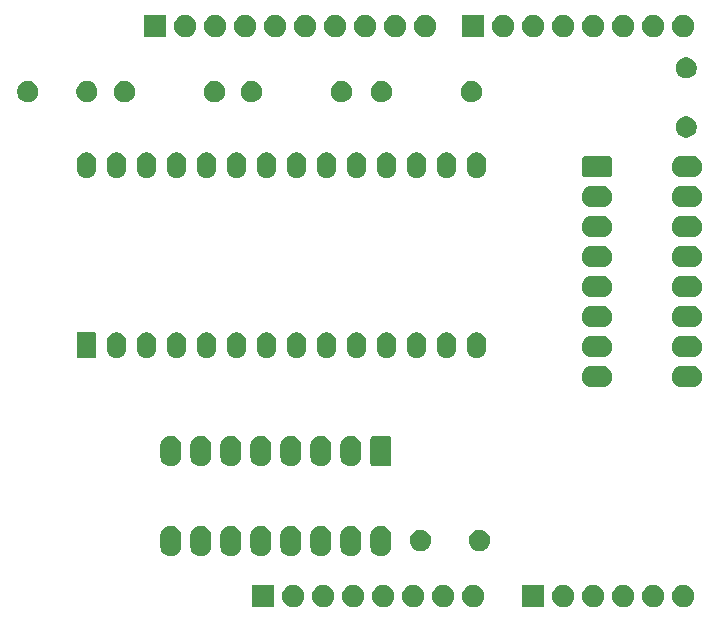
<source format=gbr>
%TF.GenerationSoftware,KiCad,Pcbnew,9.0.7*%
%TF.CreationDate,2026-02-16T17:56:09-05:00*%
%TF.ProjectId,prom-shield,70726f6d-2d73-4686-9965-6c642e6b6963,B*%
%TF.SameCoordinates,PX5f5e100PY5f5e100*%
%TF.FileFunction,Soldermask,Top*%
%TF.FilePolarity,Negative*%
%FSLAX46Y46*%
G04 Gerber Fmt 4.6, Leading zero omitted, Abs format (unit mm)*
G04 Created by KiCad (PCBNEW 9.0.7) date 2026-02-16 17:56:09*
%MOMM*%
%LPD*%
G01*
G04 APERTURE LIST*
G04 APERTURE END LIST*
G36*
X28828268Y3482388D02*
G01*
X28860711Y3460711D01*
X28882388Y3428268D01*
X28890000Y3390000D01*
X28890000Y1690000D01*
X28882388Y1651732D01*
X28860711Y1619289D01*
X28828268Y1597612D01*
X28790000Y1590000D01*
X27090000Y1590000D01*
X27051732Y1597612D01*
X27019289Y1619289D01*
X26997612Y1651732D01*
X26990000Y1690000D01*
X26990000Y3390000D01*
X26997612Y3428268D01*
X27019289Y3460711D01*
X27051732Y3482388D01*
X27090000Y3490000D01*
X28790000Y3490000D01*
X28828268Y3482388D01*
G37*
G36*
X51688268Y3482388D02*
G01*
X51720711Y3460711D01*
X51742388Y3428268D01*
X51750000Y3390000D01*
X51750000Y1690000D01*
X51742388Y1651732D01*
X51720711Y1619289D01*
X51688268Y1597612D01*
X51650000Y1590000D01*
X49950000Y1590000D01*
X49911732Y1597612D01*
X49879289Y1619289D01*
X49857612Y1651732D01*
X49850000Y1690000D01*
X49850000Y3390000D01*
X49857612Y3428268D01*
X49879289Y3460711D01*
X49911732Y3482388D01*
X49950000Y3490000D01*
X51650000Y3490000D01*
X51688268Y3482388D01*
G37*
G36*
X30755770Y3449093D02*
G01*
X30927827Y3377825D01*
X31082674Y3274360D01*
X31214360Y3142674D01*
X31317825Y2987827D01*
X31389093Y2815770D01*
X31425425Y2633116D01*
X31425425Y2446884D01*
X31389093Y2264230D01*
X31317825Y2092173D01*
X31214360Y1937326D01*
X31082674Y1805640D01*
X30927827Y1702175D01*
X30755770Y1630907D01*
X30573116Y1594575D01*
X30386884Y1594575D01*
X30204230Y1630907D01*
X30032173Y1702175D01*
X29877326Y1805640D01*
X29745640Y1937326D01*
X29642175Y2092173D01*
X29570907Y2264230D01*
X29534575Y2446884D01*
X29534575Y2633116D01*
X29570907Y2815770D01*
X29642175Y2987827D01*
X29745640Y3142674D01*
X29877326Y3274360D01*
X30032173Y3377825D01*
X30204230Y3449093D01*
X30386884Y3485425D01*
X30573116Y3485425D01*
X30755770Y3449093D01*
G37*
G36*
X33295770Y3449093D02*
G01*
X33467827Y3377825D01*
X33622674Y3274360D01*
X33754360Y3142674D01*
X33857825Y2987827D01*
X33929093Y2815770D01*
X33965425Y2633116D01*
X33965425Y2446884D01*
X33929093Y2264230D01*
X33857825Y2092173D01*
X33754360Y1937326D01*
X33622674Y1805640D01*
X33467827Y1702175D01*
X33295770Y1630907D01*
X33113116Y1594575D01*
X32926884Y1594575D01*
X32744230Y1630907D01*
X32572173Y1702175D01*
X32417326Y1805640D01*
X32285640Y1937326D01*
X32182175Y2092173D01*
X32110907Y2264230D01*
X32074575Y2446884D01*
X32074575Y2633116D01*
X32110907Y2815770D01*
X32182175Y2987827D01*
X32285640Y3142674D01*
X32417326Y3274360D01*
X32572173Y3377825D01*
X32744230Y3449093D01*
X32926884Y3485425D01*
X33113116Y3485425D01*
X33295770Y3449093D01*
G37*
G36*
X35835770Y3449093D02*
G01*
X36007827Y3377825D01*
X36162674Y3274360D01*
X36294360Y3142674D01*
X36397825Y2987827D01*
X36469093Y2815770D01*
X36505425Y2633116D01*
X36505425Y2446884D01*
X36469093Y2264230D01*
X36397825Y2092173D01*
X36294360Y1937326D01*
X36162674Y1805640D01*
X36007827Y1702175D01*
X35835770Y1630907D01*
X35653116Y1594575D01*
X35466884Y1594575D01*
X35284230Y1630907D01*
X35112173Y1702175D01*
X34957326Y1805640D01*
X34825640Y1937326D01*
X34722175Y2092173D01*
X34650907Y2264230D01*
X34614575Y2446884D01*
X34614575Y2633116D01*
X34650907Y2815770D01*
X34722175Y2987827D01*
X34825640Y3142674D01*
X34957326Y3274360D01*
X35112173Y3377825D01*
X35284230Y3449093D01*
X35466884Y3485425D01*
X35653116Y3485425D01*
X35835770Y3449093D01*
G37*
G36*
X38375770Y3449093D02*
G01*
X38547827Y3377825D01*
X38702674Y3274360D01*
X38834360Y3142674D01*
X38937825Y2987827D01*
X39009093Y2815770D01*
X39045425Y2633116D01*
X39045425Y2446884D01*
X39009093Y2264230D01*
X38937825Y2092173D01*
X38834360Y1937326D01*
X38702674Y1805640D01*
X38547827Y1702175D01*
X38375770Y1630907D01*
X38193116Y1594575D01*
X38006884Y1594575D01*
X37824230Y1630907D01*
X37652173Y1702175D01*
X37497326Y1805640D01*
X37365640Y1937326D01*
X37262175Y2092173D01*
X37190907Y2264230D01*
X37154575Y2446884D01*
X37154575Y2633116D01*
X37190907Y2815770D01*
X37262175Y2987827D01*
X37365640Y3142674D01*
X37497326Y3274360D01*
X37652173Y3377825D01*
X37824230Y3449093D01*
X38006884Y3485425D01*
X38193116Y3485425D01*
X38375770Y3449093D01*
G37*
G36*
X40915770Y3449093D02*
G01*
X41087827Y3377825D01*
X41242674Y3274360D01*
X41374360Y3142674D01*
X41477825Y2987827D01*
X41549093Y2815770D01*
X41585425Y2633116D01*
X41585425Y2446884D01*
X41549093Y2264230D01*
X41477825Y2092173D01*
X41374360Y1937326D01*
X41242674Y1805640D01*
X41087827Y1702175D01*
X40915770Y1630907D01*
X40733116Y1594575D01*
X40546884Y1594575D01*
X40364230Y1630907D01*
X40192173Y1702175D01*
X40037326Y1805640D01*
X39905640Y1937326D01*
X39802175Y2092173D01*
X39730907Y2264230D01*
X39694575Y2446884D01*
X39694575Y2633116D01*
X39730907Y2815770D01*
X39802175Y2987827D01*
X39905640Y3142674D01*
X40037326Y3274360D01*
X40192173Y3377825D01*
X40364230Y3449093D01*
X40546884Y3485425D01*
X40733116Y3485425D01*
X40915770Y3449093D01*
G37*
G36*
X43455770Y3449093D02*
G01*
X43627827Y3377825D01*
X43782674Y3274360D01*
X43914360Y3142674D01*
X44017825Y2987827D01*
X44089093Y2815770D01*
X44125425Y2633116D01*
X44125425Y2446884D01*
X44089093Y2264230D01*
X44017825Y2092173D01*
X43914360Y1937326D01*
X43782674Y1805640D01*
X43627827Y1702175D01*
X43455770Y1630907D01*
X43273116Y1594575D01*
X43086884Y1594575D01*
X42904230Y1630907D01*
X42732173Y1702175D01*
X42577326Y1805640D01*
X42445640Y1937326D01*
X42342175Y2092173D01*
X42270907Y2264230D01*
X42234575Y2446884D01*
X42234575Y2633116D01*
X42270907Y2815770D01*
X42342175Y2987827D01*
X42445640Y3142674D01*
X42577326Y3274360D01*
X42732173Y3377825D01*
X42904230Y3449093D01*
X43086884Y3485425D01*
X43273116Y3485425D01*
X43455770Y3449093D01*
G37*
G36*
X45995770Y3449093D02*
G01*
X46167827Y3377825D01*
X46322674Y3274360D01*
X46454360Y3142674D01*
X46557825Y2987827D01*
X46629093Y2815770D01*
X46665425Y2633116D01*
X46665425Y2446884D01*
X46629093Y2264230D01*
X46557825Y2092173D01*
X46454360Y1937326D01*
X46322674Y1805640D01*
X46167827Y1702175D01*
X45995770Y1630907D01*
X45813116Y1594575D01*
X45626884Y1594575D01*
X45444230Y1630907D01*
X45272173Y1702175D01*
X45117326Y1805640D01*
X44985640Y1937326D01*
X44882175Y2092173D01*
X44810907Y2264230D01*
X44774575Y2446884D01*
X44774575Y2633116D01*
X44810907Y2815770D01*
X44882175Y2987827D01*
X44985640Y3142674D01*
X45117326Y3274360D01*
X45272173Y3377825D01*
X45444230Y3449093D01*
X45626884Y3485425D01*
X45813116Y3485425D01*
X45995770Y3449093D01*
G37*
G36*
X53615770Y3449093D02*
G01*
X53787827Y3377825D01*
X53942674Y3274360D01*
X54074360Y3142674D01*
X54177825Y2987827D01*
X54249093Y2815770D01*
X54285425Y2633116D01*
X54285425Y2446884D01*
X54249093Y2264230D01*
X54177825Y2092173D01*
X54074360Y1937326D01*
X53942674Y1805640D01*
X53787827Y1702175D01*
X53615770Y1630907D01*
X53433116Y1594575D01*
X53246884Y1594575D01*
X53064230Y1630907D01*
X52892173Y1702175D01*
X52737326Y1805640D01*
X52605640Y1937326D01*
X52502175Y2092173D01*
X52430907Y2264230D01*
X52394575Y2446884D01*
X52394575Y2633116D01*
X52430907Y2815770D01*
X52502175Y2987827D01*
X52605640Y3142674D01*
X52737326Y3274360D01*
X52892173Y3377825D01*
X53064230Y3449093D01*
X53246884Y3485425D01*
X53433116Y3485425D01*
X53615770Y3449093D01*
G37*
G36*
X56155770Y3449093D02*
G01*
X56327827Y3377825D01*
X56482674Y3274360D01*
X56614360Y3142674D01*
X56717825Y2987827D01*
X56789093Y2815770D01*
X56825425Y2633116D01*
X56825425Y2446884D01*
X56789093Y2264230D01*
X56717825Y2092173D01*
X56614360Y1937326D01*
X56482674Y1805640D01*
X56327827Y1702175D01*
X56155770Y1630907D01*
X55973116Y1594575D01*
X55786884Y1594575D01*
X55604230Y1630907D01*
X55432173Y1702175D01*
X55277326Y1805640D01*
X55145640Y1937326D01*
X55042175Y2092173D01*
X54970907Y2264230D01*
X54934575Y2446884D01*
X54934575Y2633116D01*
X54970907Y2815770D01*
X55042175Y2987827D01*
X55145640Y3142674D01*
X55277326Y3274360D01*
X55432173Y3377825D01*
X55604230Y3449093D01*
X55786884Y3485425D01*
X55973116Y3485425D01*
X56155770Y3449093D01*
G37*
G36*
X58695770Y3449093D02*
G01*
X58867827Y3377825D01*
X59022674Y3274360D01*
X59154360Y3142674D01*
X59257825Y2987827D01*
X59329093Y2815770D01*
X59365425Y2633116D01*
X59365425Y2446884D01*
X59329093Y2264230D01*
X59257825Y2092173D01*
X59154360Y1937326D01*
X59022674Y1805640D01*
X58867827Y1702175D01*
X58695770Y1630907D01*
X58513116Y1594575D01*
X58326884Y1594575D01*
X58144230Y1630907D01*
X57972173Y1702175D01*
X57817326Y1805640D01*
X57685640Y1937326D01*
X57582175Y2092173D01*
X57510907Y2264230D01*
X57474575Y2446884D01*
X57474575Y2633116D01*
X57510907Y2815770D01*
X57582175Y2987827D01*
X57685640Y3142674D01*
X57817326Y3274360D01*
X57972173Y3377825D01*
X58144230Y3449093D01*
X58326884Y3485425D01*
X58513116Y3485425D01*
X58695770Y3449093D01*
G37*
G36*
X61235770Y3449093D02*
G01*
X61407827Y3377825D01*
X61562674Y3274360D01*
X61694360Y3142674D01*
X61797825Y2987827D01*
X61869093Y2815770D01*
X61905425Y2633116D01*
X61905425Y2446884D01*
X61869093Y2264230D01*
X61797825Y2092173D01*
X61694360Y1937326D01*
X61562674Y1805640D01*
X61407827Y1702175D01*
X61235770Y1630907D01*
X61053116Y1594575D01*
X60866884Y1594575D01*
X60684230Y1630907D01*
X60512173Y1702175D01*
X60357326Y1805640D01*
X60225640Y1937326D01*
X60122175Y2092173D01*
X60050907Y2264230D01*
X60014575Y2446884D01*
X60014575Y2633116D01*
X60050907Y2815770D01*
X60122175Y2987827D01*
X60225640Y3142674D01*
X60357326Y3274360D01*
X60512173Y3377825D01*
X60684230Y3449093D01*
X60866884Y3485425D01*
X61053116Y3485425D01*
X61235770Y3449093D01*
G37*
G36*
X63775770Y3449093D02*
G01*
X63947827Y3377825D01*
X64102674Y3274360D01*
X64234360Y3142674D01*
X64337825Y2987827D01*
X64409093Y2815770D01*
X64445425Y2633116D01*
X64445425Y2446884D01*
X64409093Y2264230D01*
X64337825Y2092173D01*
X64234360Y1937326D01*
X64102674Y1805640D01*
X63947827Y1702175D01*
X63775770Y1630907D01*
X63593116Y1594575D01*
X63406884Y1594575D01*
X63224230Y1630907D01*
X63052173Y1702175D01*
X62897326Y1805640D01*
X62765640Y1937326D01*
X62662175Y2092173D01*
X62590907Y2264230D01*
X62554575Y2446884D01*
X62554575Y2633116D01*
X62590907Y2815770D01*
X62662175Y2987827D01*
X62765640Y3142674D01*
X62897326Y3274360D01*
X63052173Y3377825D01*
X63224230Y3449093D01*
X63406884Y3485425D01*
X63593116Y3485425D01*
X63775770Y3449093D01*
G37*
G36*
X20371256Y8451246D02*
G01*
X20534257Y8383729D01*
X20680954Y8285709D01*
X20805709Y8160954D01*
X20903729Y8014257D01*
X20971246Y7851256D01*
X21005666Y7678215D01*
X21010000Y7590000D01*
X21010000Y6790000D01*
X21005666Y6701785D01*
X20971246Y6528744D01*
X20903729Y6365743D01*
X20805709Y6219046D01*
X20680954Y6094291D01*
X20534257Y5996271D01*
X20371256Y5928754D01*
X20198215Y5894334D01*
X20021785Y5894334D01*
X19848744Y5928754D01*
X19685743Y5996271D01*
X19539046Y6094291D01*
X19414291Y6219046D01*
X19316271Y6365743D01*
X19248754Y6528744D01*
X19214334Y6701785D01*
X19210000Y6790000D01*
X19210000Y7590000D01*
X19214334Y7678215D01*
X19248754Y7851256D01*
X19316271Y8014257D01*
X19414291Y8160954D01*
X19539046Y8285709D01*
X19685743Y8383729D01*
X19848744Y8451246D01*
X20021785Y8485666D01*
X20198215Y8485666D01*
X20371256Y8451246D01*
G37*
G36*
X22911256Y8451246D02*
G01*
X23074257Y8383729D01*
X23220954Y8285709D01*
X23345709Y8160954D01*
X23443729Y8014257D01*
X23511246Y7851256D01*
X23545666Y7678215D01*
X23550000Y7590000D01*
X23550000Y6790000D01*
X23545666Y6701785D01*
X23511246Y6528744D01*
X23443729Y6365743D01*
X23345709Y6219046D01*
X23220954Y6094291D01*
X23074257Y5996271D01*
X22911256Y5928754D01*
X22738215Y5894334D01*
X22561785Y5894334D01*
X22388744Y5928754D01*
X22225743Y5996271D01*
X22079046Y6094291D01*
X21954291Y6219046D01*
X21856271Y6365743D01*
X21788754Y6528744D01*
X21754334Y6701785D01*
X21750000Y6790000D01*
X21750000Y7590000D01*
X21754334Y7678215D01*
X21788754Y7851256D01*
X21856271Y8014257D01*
X21954291Y8160954D01*
X22079046Y8285709D01*
X22225743Y8383729D01*
X22388744Y8451246D01*
X22561785Y8485666D01*
X22738215Y8485666D01*
X22911256Y8451246D01*
G37*
G36*
X25451256Y8451246D02*
G01*
X25614257Y8383729D01*
X25760954Y8285709D01*
X25885709Y8160954D01*
X25983729Y8014257D01*
X26051246Y7851256D01*
X26085666Y7678215D01*
X26090000Y7590000D01*
X26090000Y6790000D01*
X26085666Y6701785D01*
X26051246Y6528744D01*
X25983729Y6365743D01*
X25885709Y6219046D01*
X25760954Y6094291D01*
X25614257Y5996271D01*
X25451256Y5928754D01*
X25278215Y5894334D01*
X25101785Y5894334D01*
X24928744Y5928754D01*
X24765743Y5996271D01*
X24619046Y6094291D01*
X24494291Y6219046D01*
X24396271Y6365743D01*
X24328754Y6528744D01*
X24294334Y6701785D01*
X24290000Y6790000D01*
X24290000Y7590000D01*
X24294334Y7678215D01*
X24328754Y7851256D01*
X24396271Y8014257D01*
X24494291Y8160954D01*
X24619046Y8285709D01*
X24765743Y8383729D01*
X24928744Y8451246D01*
X25101785Y8485666D01*
X25278215Y8485666D01*
X25451256Y8451246D01*
G37*
G36*
X27991256Y8451246D02*
G01*
X28154257Y8383729D01*
X28300954Y8285709D01*
X28425709Y8160954D01*
X28523729Y8014257D01*
X28591246Y7851256D01*
X28625666Y7678215D01*
X28630000Y7590000D01*
X28630000Y6790000D01*
X28625666Y6701785D01*
X28591246Y6528744D01*
X28523729Y6365743D01*
X28425709Y6219046D01*
X28300954Y6094291D01*
X28154257Y5996271D01*
X27991256Y5928754D01*
X27818215Y5894334D01*
X27641785Y5894334D01*
X27468744Y5928754D01*
X27305743Y5996271D01*
X27159046Y6094291D01*
X27034291Y6219046D01*
X26936271Y6365743D01*
X26868754Y6528744D01*
X26834334Y6701785D01*
X26830000Y6790000D01*
X26830000Y7590000D01*
X26834334Y7678215D01*
X26868754Y7851256D01*
X26936271Y8014257D01*
X27034291Y8160954D01*
X27159046Y8285709D01*
X27305743Y8383729D01*
X27468744Y8451246D01*
X27641785Y8485666D01*
X27818215Y8485666D01*
X27991256Y8451246D01*
G37*
G36*
X30531256Y8451246D02*
G01*
X30694257Y8383729D01*
X30840954Y8285709D01*
X30965709Y8160954D01*
X31063729Y8014257D01*
X31131246Y7851256D01*
X31165666Y7678215D01*
X31170000Y7590000D01*
X31170000Y6790000D01*
X31165666Y6701785D01*
X31131246Y6528744D01*
X31063729Y6365743D01*
X30965709Y6219046D01*
X30840954Y6094291D01*
X30694257Y5996271D01*
X30531256Y5928754D01*
X30358215Y5894334D01*
X30181785Y5894334D01*
X30008744Y5928754D01*
X29845743Y5996271D01*
X29699046Y6094291D01*
X29574291Y6219046D01*
X29476271Y6365743D01*
X29408754Y6528744D01*
X29374334Y6701785D01*
X29370000Y6790000D01*
X29370000Y7590000D01*
X29374334Y7678215D01*
X29408754Y7851256D01*
X29476271Y8014257D01*
X29574291Y8160954D01*
X29699046Y8285709D01*
X29845743Y8383729D01*
X30008744Y8451246D01*
X30181785Y8485666D01*
X30358215Y8485666D01*
X30531256Y8451246D01*
G37*
G36*
X33071256Y8451246D02*
G01*
X33234257Y8383729D01*
X33380954Y8285709D01*
X33505709Y8160954D01*
X33603729Y8014257D01*
X33671246Y7851256D01*
X33705666Y7678215D01*
X33710000Y7590000D01*
X33710000Y6790000D01*
X33705666Y6701785D01*
X33671246Y6528744D01*
X33603729Y6365743D01*
X33505709Y6219046D01*
X33380954Y6094291D01*
X33234257Y5996271D01*
X33071256Y5928754D01*
X32898215Y5894334D01*
X32721785Y5894334D01*
X32548744Y5928754D01*
X32385743Y5996271D01*
X32239046Y6094291D01*
X32114291Y6219046D01*
X32016271Y6365743D01*
X31948754Y6528744D01*
X31914334Y6701785D01*
X31910000Y6790000D01*
X31910000Y7590000D01*
X31914334Y7678215D01*
X31948754Y7851256D01*
X32016271Y8014257D01*
X32114291Y8160954D01*
X32239046Y8285709D01*
X32385743Y8383729D01*
X32548744Y8451246D01*
X32721785Y8485666D01*
X32898215Y8485666D01*
X33071256Y8451246D01*
G37*
G36*
X35611256Y8451246D02*
G01*
X35774257Y8383729D01*
X35920954Y8285709D01*
X36045709Y8160954D01*
X36143729Y8014257D01*
X36211246Y7851256D01*
X36245666Y7678215D01*
X36250000Y7590000D01*
X36250000Y6790000D01*
X36245666Y6701785D01*
X36211246Y6528744D01*
X36143729Y6365743D01*
X36045709Y6219046D01*
X35920954Y6094291D01*
X35774257Y5996271D01*
X35611256Y5928754D01*
X35438215Y5894334D01*
X35261785Y5894334D01*
X35088744Y5928754D01*
X34925743Y5996271D01*
X34779046Y6094291D01*
X34654291Y6219046D01*
X34556271Y6365743D01*
X34488754Y6528744D01*
X34454334Y6701785D01*
X34450000Y6790000D01*
X34450000Y7590000D01*
X34454334Y7678215D01*
X34488754Y7851256D01*
X34556271Y8014257D01*
X34654291Y8160954D01*
X34779046Y8285709D01*
X34925743Y8383729D01*
X35088744Y8451246D01*
X35261785Y8485666D01*
X35438215Y8485666D01*
X35611256Y8451246D01*
G37*
G36*
X38151256Y8451246D02*
G01*
X38314257Y8383729D01*
X38460954Y8285709D01*
X38585709Y8160954D01*
X38683729Y8014257D01*
X38751246Y7851256D01*
X38785666Y7678215D01*
X38790000Y7590000D01*
X38790000Y6790000D01*
X38785666Y6701785D01*
X38751246Y6528744D01*
X38683729Y6365743D01*
X38585709Y6219046D01*
X38460954Y6094291D01*
X38314257Y5996271D01*
X38151256Y5928754D01*
X37978215Y5894334D01*
X37801785Y5894334D01*
X37628744Y5928754D01*
X37465743Y5996271D01*
X37319046Y6094291D01*
X37194291Y6219046D01*
X37096271Y6365743D01*
X37028754Y6528744D01*
X36994334Y6701785D01*
X36990000Y6790000D01*
X36990000Y7590000D01*
X36994334Y7678215D01*
X37028754Y7851256D01*
X37096271Y8014257D01*
X37194291Y8160954D01*
X37319046Y8285709D01*
X37465743Y8383729D01*
X37628744Y8451246D01*
X37801785Y8485666D01*
X37978215Y8485666D01*
X38151256Y8451246D01*
G37*
G36*
X41511256Y8111246D02*
G01*
X41674257Y8043729D01*
X41820954Y7945709D01*
X41945709Y7820954D01*
X42043729Y7674257D01*
X42111246Y7511256D01*
X42145666Y7338215D01*
X42145666Y7161785D01*
X42111246Y6988744D01*
X42043729Y6825743D01*
X41945709Y6679046D01*
X41820954Y6554291D01*
X41674257Y6456271D01*
X41511256Y6388754D01*
X41338215Y6354334D01*
X41161785Y6354334D01*
X40988744Y6388754D01*
X40825743Y6456271D01*
X40679046Y6554291D01*
X40554291Y6679046D01*
X40456271Y6825743D01*
X40388754Y6988744D01*
X40354334Y7161785D01*
X40354334Y7338215D01*
X40388754Y7511256D01*
X40456271Y7674257D01*
X40554291Y7820954D01*
X40679046Y7945709D01*
X40825743Y8043729D01*
X40988744Y8111246D01*
X41161785Y8145666D01*
X41338215Y8145666D01*
X41511256Y8111246D01*
G37*
G36*
X46511256Y8111246D02*
G01*
X46674257Y8043729D01*
X46820954Y7945709D01*
X46945709Y7820954D01*
X47043729Y7674257D01*
X47111246Y7511256D01*
X47145666Y7338215D01*
X47145666Y7161785D01*
X47111246Y6988744D01*
X47043729Y6825743D01*
X46945709Y6679046D01*
X46820954Y6554291D01*
X46674257Y6456271D01*
X46511256Y6388754D01*
X46338215Y6354334D01*
X46161785Y6354334D01*
X45988744Y6388754D01*
X45825743Y6456271D01*
X45679046Y6554291D01*
X45554291Y6679046D01*
X45456271Y6825743D01*
X45388754Y6988744D01*
X45354334Y7161785D01*
X45354334Y7338215D01*
X45388754Y7511256D01*
X45456271Y7674257D01*
X45554291Y7820954D01*
X45679046Y7945709D01*
X45825743Y8043729D01*
X45988744Y8111246D01*
X46161785Y8145666D01*
X46338215Y8145666D01*
X46511256Y8111246D01*
G37*
G36*
X38539868Y16095450D02*
G01*
X38545586Y16092655D01*
X38547962Y16092278D01*
X38585987Y16072904D01*
X38643377Y16044847D01*
X38724847Y15963377D01*
X38752907Y15905980D01*
X38772276Y15867966D01*
X38772652Y15865592D01*
X38775450Y15859868D01*
X38790000Y15760000D01*
X38790000Y13860000D01*
X38775450Y13760132D01*
X38772652Y13754411D01*
X38772277Y13752038D01*
X38752926Y13714061D01*
X38724847Y13656623D01*
X38643377Y13575153D01*
X38585955Y13547081D01*
X38547965Y13527724D01*
X38545591Y13527349D01*
X38539868Y13524550D01*
X38440000Y13510000D01*
X37340000Y13510000D01*
X37240132Y13524550D01*
X37234410Y13527348D01*
X37232037Y13527723D01*
X37194035Y13547086D01*
X37136623Y13575153D01*
X37055153Y13656623D01*
X37027104Y13713997D01*
X37007723Y13752035D01*
X37007346Y13754412D01*
X37004550Y13760132D01*
X36990000Y13860000D01*
X36990000Y15760000D01*
X37004550Y15859868D01*
X37007345Y15865587D01*
X37007722Y15867963D01*
X37027108Y15906013D01*
X37055153Y15963377D01*
X37136623Y16044847D01*
X37193971Y16072884D01*
X37232034Y16092277D01*
X37234411Y16092654D01*
X37240132Y16095450D01*
X37340000Y16110000D01*
X38440000Y16110000D01*
X38539868Y16095450D01*
G37*
G36*
X20371256Y16071246D02*
G01*
X20534257Y16003729D01*
X20680954Y15905709D01*
X20805709Y15780954D01*
X20903729Y15634257D01*
X20971246Y15471256D01*
X21005666Y15298215D01*
X21010000Y15210000D01*
X21010000Y14410000D01*
X21005666Y14321785D01*
X20971246Y14148744D01*
X20903729Y13985743D01*
X20805709Y13839046D01*
X20680954Y13714291D01*
X20534257Y13616271D01*
X20371256Y13548754D01*
X20198215Y13514334D01*
X20021785Y13514334D01*
X19848744Y13548754D01*
X19685743Y13616271D01*
X19539046Y13714291D01*
X19414291Y13839046D01*
X19316271Y13985743D01*
X19248754Y14148744D01*
X19214334Y14321785D01*
X19210000Y14410000D01*
X19210000Y15210000D01*
X19214334Y15298215D01*
X19248754Y15471256D01*
X19316271Y15634257D01*
X19414291Y15780954D01*
X19539046Y15905709D01*
X19685743Y16003729D01*
X19848744Y16071246D01*
X20021785Y16105666D01*
X20198215Y16105666D01*
X20371256Y16071246D01*
G37*
G36*
X22911256Y16071246D02*
G01*
X23074257Y16003729D01*
X23220954Y15905709D01*
X23345709Y15780954D01*
X23443729Y15634257D01*
X23511246Y15471256D01*
X23545666Y15298215D01*
X23550000Y15210000D01*
X23550000Y14410000D01*
X23545666Y14321785D01*
X23511246Y14148744D01*
X23443729Y13985743D01*
X23345709Y13839046D01*
X23220954Y13714291D01*
X23074257Y13616271D01*
X22911256Y13548754D01*
X22738215Y13514334D01*
X22561785Y13514334D01*
X22388744Y13548754D01*
X22225743Y13616271D01*
X22079046Y13714291D01*
X21954291Y13839046D01*
X21856271Y13985743D01*
X21788754Y14148744D01*
X21754334Y14321785D01*
X21750000Y14410000D01*
X21750000Y15210000D01*
X21754334Y15298215D01*
X21788754Y15471256D01*
X21856271Y15634257D01*
X21954291Y15780954D01*
X22079046Y15905709D01*
X22225743Y16003729D01*
X22388744Y16071246D01*
X22561785Y16105666D01*
X22738215Y16105666D01*
X22911256Y16071246D01*
G37*
G36*
X25451256Y16071246D02*
G01*
X25614257Y16003729D01*
X25760954Y15905709D01*
X25885709Y15780954D01*
X25983729Y15634257D01*
X26051246Y15471256D01*
X26085666Y15298215D01*
X26090000Y15210000D01*
X26090000Y14410000D01*
X26085666Y14321785D01*
X26051246Y14148744D01*
X25983729Y13985743D01*
X25885709Y13839046D01*
X25760954Y13714291D01*
X25614257Y13616271D01*
X25451256Y13548754D01*
X25278215Y13514334D01*
X25101785Y13514334D01*
X24928744Y13548754D01*
X24765743Y13616271D01*
X24619046Y13714291D01*
X24494291Y13839046D01*
X24396271Y13985743D01*
X24328754Y14148744D01*
X24294334Y14321785D01*
X24290000Y14410000D01*
X24290000Y15210000D01*
X24294334Y15298215D01*
X24328754Y15471256D01*
X24396271Y15634257D01*
X24494291Y15780954D01*
X24619046Y15905709D01*
X24765743Y16003729D01*
X24928744Y16071246D01*
X25101785Y16105666D01*
X25278215Y16105666D01*
X25451256Y16071246D01*
G37*
G36*
X27991256Y16071246D02*
G01*
X28154257Y16003729D01*
X28300954Y15905709D01*
X28425709Y15780954D01*
X28523729Y15634257D01*
X28591246Y15471256D01*
X28625666Y15298215D01*
X28630000Y15210000D01*
X28630000Y14410000D01*
X28625666Y14321785D01*
X28591246Y14148744D01*
X28523729Y13985743D01*
X28425709Y13839046D01*
X28300954Y13714291D01*
X28154257Y13616271D01*
X27991256Y13548754D01*
X27818215Y13514334D01*
X27641785Y13514334D01*
X27468744Y13548754D01*
X27305743Y13616271D01*
X27159046Y13714291D01*
X27034291Y13839046D01*
X26936271Y13985743D01*
X26868754Y14148744D01*
X26834334Y14321785D01*
X26830000Y14410000D01*
X26830000Y15210000D01*
X26834334Y15298215D01*
X26868754Y15471256D01*
X26936271Y15634257D01*
X27034291Y15780954D01*
X27159046Y15905709D01*
X27305743Y16003729D01*
X27468744Y16071246D01*
X27641785Y16105666D01*
X27818215Y16105666D01*
X27991256Y16071246D01*
G37*
G36*
X30531256Y16071246D02*
G01*
X30694257Y16003729D01*
X30840954Y15905709D01*
X30965709Y15780954D01*
X31063729Y15634257D01*
X31131246Y15471256D01*
X31165666Y15298215D01*
X31170000Y15210000D01*
X31170000Y14410000D01*
X31165666Y14321785D01*
X31131246Y14148744D01*
X31063729Y13985743D01*
X30965709Y13839046D01*
X30840954Y13714291D01*
X30694257Y13616271D01*
X30531256Y13548754D01*
X30358215Y13514334D01*
X30181785Y13514334D01*
X30008744Y13548754D01*
X29845743Y13616271D01*
X29699046Y13714291D01*
X29574291Y13839046D01*
X29476271Y13985743D01*
X29408754Y14148744D01*
X29374334Y14321785D01*
X29370000Y14410000D01*
X29370000Y15210000D01*
X29374334Y15298215D01*
X29408754Y15471256D01*
X29476271Y15634257D01*
X29574291Y15780954D01*
X29699046Y15905709D01*
X29845743Y16003729D01*
X30008744Y16071246D01*
X30181785Y16105666D01*
X30358215Y16105666D01*
X30531256Y16071246D01*
G37*
G36*
X33071256Y16071246D02*
G01*
X33234257Y16003729D01*
X33380954Y15905709D01*
X33505709Y15780954D01*
X33603729Y15634257D01*
X33671246Y15471256D01*
X33705666Y15298215D01*
X33710000Y15210000D01*
X33710000Y14410000D01*
X33705666Y14321785D01*
X33671246Y14148744D01*
X33603729Y13985743D01*
X33505709Y13839046D01*
X33380954Y13714291D01*
X33234257Y13616271D01*
X33071256Y13548754D01*
X32898215Y13514334D01*
X32721785Y13514334D01*
X32548744Y13548754D01*
X32385743Y13616271D01*
X32239046Y13714291D01*
X32114291Y13839046D01*
X32016271Y13985743D01*
X31948754Y14148744D01*
X31914334Y14321785D01*
X31910000Y14410000D01*
X31910000Y15210000D01*
X31914334Y15298215D01*
X31948754Y15471256D01*
X32016271Y15634257D01*
X32114291Y15780954D01*
X32239046Y15905709D01*
X32385743Y16003729D01*
X32548744Y16071246D01*
X32721785Y16105666D01*
X32898215Y16105666D01*
X33071256Y16071246D01*
G37*
G36*
X35611256Y16071246D02*
G01*
X35774257Y16003729D01*
X35920954Y15905709D01*
X36045709Y15780954D01*
X36143729Y15634257D01*
X36211246Y15471256D01*
X36245666Y15298215D01*
X36250000Y15210000D01*
X36250000Y14410000D01*
X36245666Y14321785D01*
X36211246Y14148744D01*
X36143729Y13985743D01*
X36045709Y13839046D01*
X35920954Y13714291D01*
X35774257Y13616271D01*
X35611256Y13548754D01*
X35438215Y13514334D01*
X35261785Y13514334D01*
X35088744Y13548754D01*
X34925743Y13616271D01*
X34779046Y13714291D01*
X34654291Y13839046D01*
X34556271Y13985743D01*
X34488754Y14148744D01*
X34454334Y14321785D01*
X34450000Y14410000D01*
X34450000Y15210000D01*
X34454334Y15298215D01*
X34488754Y15471256D01*
X34556271Y15634257D01*
X34654291Y15780954D01*
X34779046Y15905709D01*
X34925743Y16003729D01*
X35088744Y16071246D01*
X35261785Y16105666D01*
X35438215Y16105666D01*
X35611256Y16071246D01*
G37*
G36*
X56678215Y22005666D02*
G01*
X56851256Y21971246D01*
X57014257Y21903729D01*
X57160954Y21805709D01*
X57285709Y21680954D01*
X57383729Y21534257D01*
X57451246Y21371256D01*
X57485666Y21198215D01*
X57485666Y21021785D01*
X57451246Y20848744D01*
X57383729Y20685743D01*
X57285709Y20539046D01*
X57160954Y20414291D01*
X57014257Y20316271D01*
X56851256Y20248754D01*
X56678215Y20214334D01*
X56590000Y20210000D01*
X56588767Y20210000D01*
X55791233Y20210000D01*
X55790000Y20210000D01*
X55701785Y20214334D01*
X55528744Y20248754D01*
X55365743Y20316271D01*
X55219046Y20414291D01*
X55094291Y20539046D01*
X54996271Y20685743D01*
X54928754Y20848744D01*
X54894334Y21021785D01*
X54894334Y21198215D01*
X54928754Y21371256D01*
X54996271Y21534257D01*
X55094291Y21680954D01*
X55219046Y21805709D01*
X55365743Y21903729D01*
X55528744Y21971246D01*
X55701785Y22005666D01*
X55790000Y22010000D01*
X56590000Y22010000D01*
X56678215Y22005666D01*
G37*
G36*
X64298215Y22005666D02*
G01*
X64471256Y21971246D01*
X64634257Y21903729D01*
X64780954Y21805709D01*
X64905709Y21680954D01*
X65003729Y21534257D01*
X65071246Y21371256D01*
X65105666Y21198215D01*
X65105666Y21021785D01*
X65071246Y20848744D01*
X65003729Y20685743D01*
X64905709Y20539046D01*
X64780954Y20414291D01*
X64634257Y20316271D01*
X64471256Y20248754D01*
X64298215Y20214334D01*
X64210000Y20210000D01*
X64208767Y20210000D01*
X63411233Y20210000D01*
X63410000Y20210000D01*
X63321785Y20214334D01*
X63148744Y20248754D01*
X62985743Y20316271D01*
X62839046Y20414291D01*
X62714291Y20539046D01*
X62616271Y20685743D01*
X62548754Y20848744D01*
X62514334Y21021785D01*
X62514334Y21198215D01*
X62548754Y21371256D01*
X62616271Y21534257D01*
X62714291Y21680954D01*
X62839046Y21805709D01*
X62985743Y21903729D01*
X63148744Y21971246D01*
X63321785Y22005666D01*
X63410000Y22010000D01*
X64210000Y22010000D01*
X64298215Y22005666D01*
G37*
G36*
X13728268Y24852388D02*
G01*
X13760711Y24830711D01*
X13782388Y24798268D01*
X13790000Y24760000D01*
X13790000Y22760000D01*
X13782388Y22721732D01*
X13760711Y22689289D01*
X13728268Y22667612D01*
X13690000Y22660000D01*
X12250000Y22660000D01*
X12211732Y22667612D01*
X12179289Y22689289D01*
X12157612Y22721732D01*
X12150000Y22760000D01*
X12150000Y24760000D01*
X12157612Y24798268D01*
X12179289Y24830711D01*
X12211732Y24852388D01*
X12250000Y24860000D01*
X13690000Y24860000D01*
X13728268Y24852388D01*
G37*
G36*
X15748033Y24824691D02*
G01*
X15896545Y24763175D01*
X16030202Y24673869D01*
X16143869Y24560202D01*
X16233175Y24426545D01*
X16294691Y24278033D01*
X16326051Y24120374D01*
X16330000Y24040000D01*
X16330000Y23480000D01*
X16326051Y23399626D01*
X16294691Y23241967D01*
X16233175Y23093455D01*
X16143869Y22959798D01*
X16030202Y22846131D01*
X15896545Y22756825D01*
X15748033Y22695309D01*
X15590374Y22663949D01*
X15429626Y22663949D01*
X15271967Y22695309D01*
X15123455Y22756825D01*
X14989798Y22846131D01*
X14876131Y22959798D01*
X14786825Y23093455D01*
X14725309Y23241967D01*
X14693949Y23399626D01*
X14690000Y23480000D01*
X14690000Y24040000D01*
X14693949Y24120374D01*
X14725309Y24278033D01*
X14786825Y24426545D01*
X14876131Y24560202D01*
X14989798Y24673869D01*
X15123455Y24763175D01*
X15271967Y24824691D01*
X15429626Y24856051D01*
X15590374Y24856051D01*
X15748033Y24824691D01*
G37*
G36*
X18288033Y24824691D02*
G01*
X18436545Y24763175D01*
X18570202Y24673869D01*
X18683869Y24560202D01*
X18773175Y24426545D01*
X18834691Y24278033D01*
X18866051Y24120374D01*
X18870000Y24040000D01*
X18870000Y23480000D01*
X18866051Y23399626D01*
X18834691Y23241967D01*
X18773175Y23093455D01*
X18683869Y22959798D01*
X18570202Y22846131D01*
X18436545Y22756825D01*
X18288033Y22695309D01*
X18130374Y22663949D01*
X17969626Y22663949D01*
X17811967Y22695309D01*
X17663455Y22756825D01*
X17529798Y22846131D01*
X17416131Y22959798D01*
X17326825Y23093455D01*
X17265309Y23241967D01*
X17233949Y23399626D01*
X17230000Y23480000D01*
X17230000Y24040000D01*
X17233949Y24120374D01*
X17265309Y24278033D01*
X17326825Y24426545D01*
X17416131Y24560202D01*
X17529798Y24673869D01*
X17663455Y24763175D01*
X17811967Y24824691D01*
X17969626Y24856051D01*
X18130374Y24856051D01*
X18288033Y24824691D01*
G37*
G36*
X20828033Y24824691D02*
G01*
X20976545Y24763175D01*
X21110202Y24673869D01*
X21223869Y24560202D01*
X21313175Y24426545D01*
X21374691Y24278033D01*
X21406051Y24120374D01*
X21410000Y24040000D01*
X21410000Y23480000D01*
X21406051Y23399626D01*
X21374691Y23241967D01*
X21313175Y23093455D01*
X21223869Y22959798D01*
X21110202Y22846131D01*
X20976545Y22756825D01*
X20828033Y22695309D01*
X20670374Y22663949D01*
X20509626Y22663949D01*
X20351967Y22695309D01*
X20203455Y22756825D01*
X20069798Y22846131D01*
X19956131Y22959798D01*
X19866825Y23093455D01*
X19805309Y23241967D01*
X19773949Y23399626D01*
X19770000Y23480000D01*
X19770000Y24040000D01*
X19773949Y24120374D01*
X19805309Y24278033D01*
X19866825Y24426545D01*
X19956131Y24560202D01*
X20069798Y24673869D01*
X20203455Y24763175D01*
X20351967Y24824691D01*
X20509626Y24856051D01*
X20670374Y24856051D01*
X20828033Y24824691D01*
G37*
G36*
X23368033Y24824691D02*
G01*
X23516545Y24763175D01*
X23650202Y24673869D01*
X23763869Y24560202D01*
X23853175Y24426545D01*
X23914691Y24278033D01*
X23946051Y24120374D01*
X23950000Y24040000D01*
X23950000Y23480000D01*
X23946051Y23399626D01*
X23914691Y23241967D01*
X23853175Y23093455D01*
X23763869Y22959798D01*
X23650202Y22846131D01*
X23516545Y22756825D01*
X23368033Y22695309D01*
X23210374Y22663949D01*
X23049626Y22663949D01*
X22891967Y22695309D01*
X22743455Y22756825D01*
X22609798Y22846131D01*
X22496131Y22959798D01*
X22406825Y23093455D01*
X22345309Y23241967D01*
X22313949Y23399626D01*
X22310000Y23480000D01*
X22310000Y24040000D01*
X22313949Y24120374D01*
X22345309Y24278033D01*
X22406825Y24426545D01*
X22496131Y24560202D01*
X22609798Y24673869D01*
X22743455Y24763175D01*
X22891967Y24824691D01*
X23049626Y24856051D01*
X23210374Y24856051D01*
X23368033Y24824691D01*
G37*
G36*
X25908033Y24824691D02*
G01*
X26056545Y24763175D01*
X26190202Y24673869D01*
X26303869Y24560202D01*
X26393175Y24426545D01*
X26454691Y24278033D01*
X26486051Y24120374D01*
X26490000Y24040000D01*
X26490000Y23480000D01*
X26486051Y23399626D01*
X26454691Y23241967D01*
X26393175Y23093455D01*
X26303869Y22959798D01*
X26190202Y22846131D01*
X26056545Y22756825D01*
X25908033Y22695309D01*
X25750374Y22663949D01*
X25589626Y22663949D01*
X25431967Y22695309D01*
X25283455Y22756825D01*
X25149798Y22846131D01*
X25036131Y22959798D01*
X24946825Y23093455D01*
X24885309Y23241967D01*
X24853949Y23399626D01*
X24850000Y23480000D01*
X24850000Y24040000D01*
X24853949Y24120374D01*
X24885309Y24278033D01*
X24946825Y24426545D01*
X25036131Y24560202D01*
X25149798Y24673869D01*
X25283455Y24763175D01*
X25431967Y24824691D01*
X25589626Y24856051D01*
X25750374Y24856051D01*
X25908033Y24824691D01*
G37*
G36*
X28448033Y24824691D02*
G01*
X28596545Y24763175D01*
X28730202Y24673869D01*
X28843869Y24560202D01*
X28933175Y24426545D01*
X28994691Y24278033D01*
X29026051Y24120374D01*
X29030000Y24040000D01*
X29030000Y23480000D01*
X29026051Y23399626D01*
X28994691Y23241967D01*
X28933175Y23093455D01*
X28843869Y22959798D01*
X28730202Y22846131D01*
X28596545Y22756825D01*
X28448033Y22695309D01*
X28290374Y22663949D01*
X28129626Y22663949D01*
X27971967Y22695309D01*
X27823455Y22756825D01*
X27689798Y22846131D01*
X27576131Y22959798D01*
X27486825Y23093455D01*
X27425309Y23241967D01*
X27393949Y23399626D01*
X27390000Y23480000D01*
X27390000Y24040000D01*
X27393949Y24120374D01*
X27425309Y24278033D01*
X27486825Y24426545D01*
X27576131Y24560202D01*
X27689798Y24673869D01*
X27823455Y24763175D01*
X27971967Y24824691D01*
X28129626Y24856051D01*
X28290374Y24856051D01*
X28448033Y24824691D01*
G37*
G36*
X30988033Y24824691D02*
G01*
X31136545Y24763175D01*
X31270202Y24673869D01*
X31383869Y24560202D01*
X31473175Y24426545D01*
X31534691Y24278033D01*
X31566051Y24120374D01*
X31570000Y24040000D01*
X31570000Y23480000D01*
X31566051Y23399626D01*
X31534691Y23241967D01*
X31473175Y23093455D01*
X31383869Y22959798D01*
X31270202Y22846131D01*
X31136545Y22756825D01*
X30988033Y22695309D01*
X30830374Y22663949D01*
X30669626Y22663949D01*
X30511967Y22695309D01*
X30363455Y22756825D01*
X30229798Y22846131D01*
X30116131Y22959798D01*
X30026825Y23093455D01*
X29965309Y23241967D01*
X29933949Y23399626D01*
X29930000Y23480000D01*
X29930000Y24040000D01*
X29933949Y24120374D01*
X29965309Y24278033D01*
X30026825Y24426545D01*
X30116131Y24560202D01*
X30229798Y24673869D01*
X30363455Y24763175D01*
X30511967Y24824691D01*
X30669626Y24856051D01*
X30830374Y24856051D01*
X30988033Y24824691D01*
G37*
G36*
X33528033Y24824691D02*
G01*
X33676545Y24763175D01*
X33810202Y24673869D01*
X33923869Y24560202D01*
X34013175Y24426545D01*
X34074691Y24278033D01*
X34106051Y24120374D01*
X34110000Y24040000D01*
X34110000Y23480000D01*
X34106051Y23399626D01*
X34074691Y23241967D01*
X34013175Y23093455D01*
X33923869Y22959798D01*
X33810202Y22846131D01*
X33676545Y22756825D01*
X33528033Y22695309D01*
X33370374Y22663949D01*
X33209626Y22663949D01*
X33051967Y22695309D01*
X32903455Y22756825D01*
X32769798Y22846131D01*
X32656131Y22959798D01*
X32566825Y23093455D01*
X32505309Y23241967D01*
X32473949Y23399626D01*
X32470000Y23480000D01*
X32470000Y24040000D01*
X32473949Y24120374D01*
X32505309Y24278033D01*
X32566825Y24426545D01*
X32656131Y24560202D01*
X32769798Y24673869D01*
X32903455Y24763175D01*
X33051967Y24824691D01*
X33209626Y24856051D01*
X33370374Y24856051D01*
X33528033Y24824691D01*
G37*
G36*
X36068033Y24824691D02*
G01*
X36216545Y24763175D01*
X36350202Y24673869D01*
X36463869Y24560202D01*
X36553175Y24426545D01*
X36614691Y24278033D01*
X36646051Y24120374D01*
X36650000Y24040000D01*
X36650000Y23480000D01*
X36646051Y23399626D01*
X36614691Y23241967D01*
X36553175Y23093455D01*
X36463869Y22959798D01*
X36350202Y22846131D01*
X36216545Y22756825D01*
X36068033Y22695309D01*
X35910374Y22663949D01*
X35749626Y22663949D01*
X35591967Y22695309D01*
X35443455Y22756825D01*
X35309798Y22846131D01*
X35196131Y22959798D01*
X35106825Y23093455D01*
X35045309Y23241967D01*
X35013949Y23399626D01*
X35010000Y23480000D01*
X35010000Y24040000D01*
X35013949Y24120374D01*
X35045309Y24278033D01*
X35106825Y24426545D01*
X35196131Y24560202D01*
X35309798Y24673869D01*
X35443455Y24763175D01*
X35591967Y24824691D01*
X35749626Y24856051D01*
X35910374Y24856051D01*
X36068033Y24824691D01*
G37*
G36*
X38608033Y24824691D02*
G01*
X38756545Y24763175D01*
X38890202Y24673869D01*
X39003869Y24560202D01*
X39093175Y24426545D01*
X39154691Y24278033D01*
X39186051Y24120374D01*
X39190000Y24040000D01*
X39190000Y23480000D01*
X39186051Y23399626D01*
X39154691Y23241967D01*
X39093175Y23093455D01*
X39003869Y22959798D01*
X38890202Y22846131D01*
X38756545Y22756825D01*
X38608033Y22695309D01*
X38450374Y22663949D01*
X38289626Y22663949D01*
X38131967Y22695309D01*
X37983455Y22756825D01*
X37849798Y22846131D01*
X37736131Y22959798D01*
X37646825Y23093455D01*
X37585309Y23241967D01*
X37553949Y23399626D01*
X37550000Y23480000D01*
X37550000Y24040000D01*
X37553949Y24120374D01*
X37585309Y24278033D01*
X37646825Y24426545D01*
X37736131Y24560202D01*
X37849798Y24673869D01*
X37983455Y24763175D01*
X38131967Y24824691D01*
X38289626Y24856051D01*
X38450374Y24856051D01*
X38608033Y24824691D01*
G37*
G36*
X41148033Y24824691D02*
G01*
X41296545Y24763175D01*
X41430202Y24673869D01*
X41543869Y24560202D01*
X41633175Y24426545D01*
X41694691Y24278033D01*
X41726051Y24120374D01*
X41730000Y24040000D01*
X41730000Y23480000D01*
X41726051Y23399626D01*
X41694691Y23241967D01*
X41633175Y23093455D01*
X41543869Y22959798D01*
X41430202Y22846131D01*
X41296545Y22756825D01*
X41148033Y22695309D01*
X40990374Y22663949D01*
X40829626Y22663949D01*
X40671967Y22695309D01*
X40523455Y22756825D01*
X40389798Y22846131D01*
X40276131Y22959798D01*
X40186825Y23093455D01*
X40125309Y23241967D01*
X40093949Y23399626D01*
X40090000Y23480000D01*
X40090000Y24040000D01*
X40093949Y24120374D01*
X40125309Y24278033D01*
X40186825Y24426545D01*
X40276131Y24560202D01*
X40389798Y24673869D01*
X40523455Y24763175D01*
X40671967Y24824691D01*
X40829626Y24856051D01*
X40990374Y24856051D01*
X41148033Y24824691D01*
G37*
G36*
X43688033Y24824691D02*
G01*
X43836545Y24763175D01*
X43970202Y24673869D01*
X44083869Y24560202D01*
X44173175Y24426545D01*
X44234691Y24278033D01*
X44266051Y24120374D01*
X44270000Y24040000D01*
X44270000Y23480000D01*
X44266051Y23399626D01*
X44234691Y23241967D01*
X44173175Y23093455D01*
X44083869Y22959798D01*
X43970202Y22846131D01*
X43836545Y22756825D01*
X43688033Y22695309D01*
X43530374Y22663949D01*
X43369626Y22663949D01*
X43211967Y22695309D01*
X43063455Y22756825D01*
X42929798Y22846131D01*
X42816131Y22959798D01*
X42726825Y23093455D01*
X42665309Y23241967D01*
X42633949Y23399626D01*
X42630000Y23480000D01*
X42630000Y24040000D01*
X42633949Y24120374D01*
X42665309Y24278033D01*
X42726825Y24426545D01*
X42816131Y24560202D01*
X42929798Y24673869D01*
X43063455Y24763175D01*
X43211967Y24824691D01*
X43369626Y24856051D01*
X43530374Y24856051D01*
X43688033Y24824691D01*
G37*
G36*
X46228033Y24824691D02*
G01*
X46376545Y24763175D01*
X46510202Y24673869D01*
X46623869Y24560202D01*
X46713175Y24426545D01*
X46774691Y24278033D01*
X46806051Y24120374D01*
X46810000Y24040000D01*
X46810000Y23480000D01*
X46806051Y23399626D01*
X46774691Y23241967D01*
X46713175Y23093455D01*
X46623869Y22959798D01*
X46510202Y22846131D01*
X46376545Y22756825D01*
X46228033Y22695309D01*
X46070374Y22663949D01*
X45909626Y22663949D01*
X45751967Y22695309D01*
X45603455Y22756825D01*
X45469798Y22846131D01*
X45356131Y22959798D01*
X45266825Y23093455D01*
X45205309Y23241967D01*
X45173949Y23399626D01*
X45170000Y23480000D01*
X45170000Y24040000D01*
X45173949Y24120374D01*
X45205309Y24278033D01*
X45266825Y24426545D01*
X45356131Y24560202D01*
X45469798Y24673869D01*
X45603455Y24763175D01*
X45751967Y24824691D01*
X45909626Y24856051D01*
X46070374Y24856051D01*
X46228033Y24824691D01*
G37*
G36*
X56678215Y24545666D02*
G01*
X56851256Y24511246D01*
X57014257Y24443729D01*
X57160954Y24345709D01*
X57285709Y24220954D01*
X57383729Y24074257D01*
X57451246Y23911256D01*
X57485666Y23738215D01*
X57485666Y23561785D01*
X57451246Y23388744D01*
X57383729Y23225743D01*
X57285709Y23079046D01*
X57160954Y22954291D01*
X57014257Y22856271D01*
X56851256Y22788754D01*
X56678215Y22754334D01*
X56590000Y22750000D01*
X56588767Y22750000D01*
X55791233Y22750000D01*
X55790000Y22750000D01*
X55701785Y22754334D01*
X55528744Y22788754D01*
X55365743Y22856271D01*
X55219046Y22954291D01*
X55094291Y23079046D01*
X54996271Y23225743D01*
X54928754Y23388744D01*
X54894334Y23561785D01*
X54894334Y23738215D01*
X54928754Y23911256D01*
X54996271Y24074257D01*
X55094291Y24220954D01*
X55219046Y24345709D01*
X55365743Y24443729D01*
X55528744Y24511246D01*
X55701785Y24545666D01*
X55790000Y24550000D01*
X56590000Y24550000D01*
X56678215Y24545666D01*
G37*
G36*
X64298215Y24545666D02*
G01*
X64471256Y24511246D01*
X64634257Y24443729D01*
X64780954Y24345709D01*
X64905709Y24220954D01*
X65003729Y24074257D01*
X65071246Y23911256D01*
X65105666Y23738215D01*
X65105666Y23561785D01*
X65071246Y23388744D01*
X65003729Y23225743D01*
X64905709Y23079046D01*
X64780954Y22954291D01*
X64634257Y22856271D01*
X64471256Y22788754D01*
X64298215Y22754334D01*
X64210000Y22750000D01*
X64208767Y22750000D01*
X63411233Y22750000D01*
X63410000Y22750000D01*
X63321785Y22754334D01*
X63148744Y22788754D01*
X62985743Y22856271D01*
X62839046Y22954291D01*
X62714291Y23079046D01*
X62616271Y23225743D01*
X62548754Y23388744D01*
X62514334Y23561785D01*
X62514334Y23738215D01*
X62548754Y23911256D01*
X62616271Y24074257D01*
X62714291Y24220954D01*
X62839046Y24345709D01*
X62985743Y24443729D01*
X63148744Y24511246D01*
X63321785Y24545666D01*
X63410000Y24550000D01*
X64210000Y24550000D01*
X64298215Y24545666D01*
G37*
G36*
X56678215Y27085666D02*
G01*
X56851256Y27051246D01*
X57014257Y26983729D01*
X57160954Y26885709D01*
X57285709Y26760954D01*
X57383729Y26614257D01*
X57451246Y26451256D01*
X57485666Y26278215D01*
X57485666Y26101785D01*
X57451246Y25928744D01*
X57383729Y25765743D01*
X57285709Y25619046D01*
X57160954Y25494291D01*
X57014257Y25396271D01*
X56851256Y25328754D01*
X56678215Y25294334D01*
X56590000Y25290000D01*
X56588767Y25290000D01*
X55791233Y25290000D01*
X55790000Y25290000D01*
X55701785Y25294334D01*
X55528744Y25328754D01*
X55365743Y25396271D01*
X55219046Y25494291D01*
X55094291Y25619046D01*
X54996271Y25765743D01*
X54928754Y25928744D01*
X54894334Y26101785D01*
X54894334Y26278215D01*
X54928754Y26451256D01*
X54996271Y26614257D01*
X55094291Y26760954D01*
X55219046Y26885709D01*
X55365743Y26983729D01*
X55528744Y27051246D01*
X55701785Y27085666D01*
X55790000Y27090000D01*
X56590000Y27090000D01*
X56678215Y27085666D01*
G37*
G36*
X64298215Y27085666D02*
G01*
X64471256Y27051246D01*
X64634257Y26983729D01*
X64780954Y26885709D01*
X64905709Y26760954D01*
X65003729Y26614257D01*
X65071246Y26451256D01*
X65105666Y26278215D01*
X65105666Y26101785D01*
X65071246Y25928744D01*
X65003729Y25765743D01*
X64905709Y25619046D01*
X64780954Y25494291D01*
X64634257Y25396271D01*
X64471256Y25328754D01*
X64298215Y25294334D01*
X64210000Y25290000D01*
X64208767Y25290000D01*
X63411233Y25290000D01*
X63410000Y25290000D01*
X63321785Y25294334D01*
X63148744Y25328754D01*
X62985743Y25396271D01*
X62839046Y25494291D01*
X62714291Y25619046D01*
X62616271Y25765743D01*
X62548754Y25928744D01*
X62514334Y26101785D01*
X62514334Y26278215D01*
X62548754Y26451256D01*
X62616271Y26614257D01*
X62714291Y26760954D01*
X62839046Y26885709D01*
X62985743Y26983729D01*
X63148744Y27051246D01*
X63321785Y27085666D01*
X63410000Y27090000D01*
X64210000Y27090000D01*
X64298215Y27085666D01*
G37*
G36*
X56678215Y29625666D02*
G01*
X56851256Y29591246D01*
X57014257Y29523729D01*
X57160954Y29425709D01*
X57285709Y29300954D01*
X57383729Y29154257D01*
X57451246Y28991256D01*
X57485666Y28818215D01*
X57485666Y28641785D01*
X57451246Y28468744D01*
X57383729Y28305743D01*
X57285709Y28159046D01*
X57160954Y28034291D01*
X57014257Y27936271D01*
X56851256Y27868754D01*
X56678215Y27834334D01*
X56590000Y27830000D01*
X56588767Y27830000D01*
X55791233Y27830000D01*
X55790000Y27830000D01*
X55701785Y27834334D01*
X55528744Y27868754D01*
X55365743Y27936271D01*
X55219046Y28034291D01*
X55094291Y28159046D01*
X54996271Y28305743D01*
X54928754Y28468744D01*
X54894334Y28641785D01*
X54894334Y28818215D01*
X54928754Y28991256D01*
X54996271Y29154257D01*
X55094291Y29300954D01*
X55219046Y29425709D01*
X55365743Y29523729D01*
X55528744Y29591246D01*
X55701785Y29625666D01*
X55790000Y29630000D01*
X56590000Y29630000D01*
X56678215Y29625666D01*
G37*
G36*
X64298215Y29625666D02*
G01*
X64471256Y29591246D01*
X64634257Y29523729D01*
X64780954Y29425709D01*
X64905709Y29300954D01*
X65003729Y29154257D01*
X65071246Y28991256D01*
X65105666Y28818215D01*
X65105666Y28641785D01*
X65071246Y28468744D01*
X65003729Y28305743D01*
X64905709Y28159046D01*
X64780954Y28034291D01*
X64634257Y27936271D01*
X64471256Y27868754D01*
X64298215Y27834334D01*
X64210000Y27830000D01*
X64208767Y27830000D01*
X63411233Y27830000D01*
X63410000Y27830000D01*
X63321785Y27834334D01*
X63148744Y27868754D01*
X62985743Y27936271D01*
X62839046Y28034291D01*
X62714291Y28159046D01*
X62616271Y28305743D01*
X62548754Y28468744D01*
X62514334Y28641785D01*
X62514334Y28818215D01*
X62548754Y28991256D01*
X62616271Y29154257D01*
X62714291Y29300954D01*
X62839046Y29425709D01*
X62985743Y29523729D01*
X63148744Y29591246D01*
X63321785Y29625666D01*
X63410000Y29630000D01*
X64210000Y29630000D01*
X64298215Y29625666D01*
G37*
G36*
X56678215Y32165666D02*
G01*
X56851256Y32131246D01*
X57014257Y32063729D01*
X57160954Y31965709D01*
X57285709Y31840954D01*
X57383729Y31694257D01*
X57451246Y31531256D01*
X57485666Y31358215D01*
X57485666Y31181785D01*
X57451246Y31008744D01*
X57383729Y30845743D01*
X57285709Y30699046D01*
X57160954Y30574291D01*
X57014257Y30476271D01*
X56851256Y30408754D01*
X56678215Y30374334D01*
X56590000Y30370000D01*
X56588767Y30370000D01*
X55791233Y30370000D01*
X55790000Y30370000D01*
X55701785Y30374334D01*
X55528744Y30408754D01*
X55365743Y30476271D01*
X55219046Y30574291D01*
X55094291Y30699046D01*
X54996271Y30845743D01*
X54928754Y31008744D01*
X54894334Y31181785D01*
X54894334Y31358215D01*
X54928754Y31531256D01*
X54996271Y31694257D01*
X55094291Y31840954D01*
X55219046Y31965709D01*
X55365743Y32063729D01*
X55528744Y32131246D01*
X55701785Y32165666D01*
X55790000Y32170000D01*
X56590000Y32170000D01*
X56678215Y32165666D01*
G37*
G36*
X64298215Y32165666D02*
G01*
X64471256Y32131246D01*
X64634257Y32063729D01*
X64780954Y31965709D01*
X64905709Y31840954D01*
X65003729Y31694257D01*
X65071246Y31531256D01*
X65105666Y31358215D01*
X65105666Y31181785D01*
X65071246Y31008744D01*
X65003729Y30845743D01*
X64905709Y30699046D01*
X64780954Y30574291D01*
X64634257Y30476271D01*
X64471256Y30408754D01*
X64298215Y30374334D01*
X64210000Y30370000D01*
X64208767Y30370000D01*
X63411233Y30370000D01*
X63410000Y30370000D01*
X63321785Y30374334D01*
X63148744Y30408754D01*
X62985743Y30476271D01*
X62839046Y30574291D01*
X62714291Y30699046D01*
X62616271Y30845743D01*
X62548754Y31008744D01*
X62514334Y31181785D01*
X62514334Y31358215D01*
X62548754Y31531256D01*
X62616271Y31694257D01*
X62714291Y31840954D01*
X62839046Y31965709D01*
X62985743Y32063729D01*
X63148744Y32131246D01*
X63321785Y32165666D01*
X63410000Y32170000D01*
X64210000Y32170000D01*
X64298215Y32165666D01*
G37*
G36*
X56678215Y34705666D02*
G01*
X56851256Y34671246D01*
X57014257Y34603729D01*
X57160954Y34505709D01*
X57285709Y34380954D01*
X57383729Y34234257D01*
X57451246Y34071256D01*
X57485666Y33898215D01*
X57485666Y33721785D01*
X57451246Y33548744D01*
X57383729Y33385743D01*
X57285709Y33239046D01*
X57160954Y33114291D01*
X57014257Y33016271D01*
X56851256Y32948754D01*
X56678215Y32914334D01*
X56590000Y32910000D01*
X56588767Y32910000D01*
X55791233Y32910000D01*
X55790000Y32910000D01*
X55701785Y32914334D01*
X55528744Y32948754D01*
X55365743Y33016271D01*
X55219046Y33114291D01*
X55094291Y33239046D01*
X54996271Y33385743D01*
X54928754Y33548744D01*
X54894334Y33721785D01*
X54894334Y33898215D01*
X54928754Y34071256D01*
X54996271Y34234257D01*
X55094291Y34380954D01*
X55219046Y34505709D01*
X55365743Y34603729D01*
X55528744Y34671246D01*
X55701785Y34705666D01*
X55790000Y34710000D01*
X56590000Y34710000D01*
X56678215Y34705666D01*
G37*
G36*
X64298215Y34705666D02*
G01*
X64471256Y34671246D01*
X64634257Y34603729D01*
X64780954Y34505709D01*
X64905709Y34380954D01*
X65003729Y34234257D01*
X65071246Y34071256D01*
X65105666Y33898215D01*
X65105666Y33721785D01*
X65071246Y33548744D01*
X65003729Y33385743D01*
X64905709Y33239046D01*
X64780954Y33114291D01*
X64634257Y33016271D01*
X64471256Y32948754D01*
X64298215Y32914334D01*
X64210000Y32910000D01*
X64208767Y32910000D01*
X63411233Y32910000D01*
X63410000Y32910000D01*
X63321785Y32914334D01*
X63148744Y32948754D01*
X62985743Y33016271D01*
X62839046Y33114291D01*
X62714291Y33239046D01*
X62616271Y33385743D01*
X62548754Y33548744D01*
X62514334Y33721785D01*
X62514334Y33898215D01*
X62548754Y34071256D01*
X62616271Y34234257D01*
X62714291Y34380954D01*
X62839046Y34505709D01*
X62985743Y34603729D01*
X63148744Y34671246D01*
X63321785Y34705666D01*
X63410000Y34710000D01*
X64210000Y34710000D01*
X64298215Y34705666D01*
G37*
G36*
X56678215Y37245666D02*
G01*
X56851256Y37211246D01*
X57014257Y37143729D01*
X57160954Y37045709D01*
X57285709Y36920954D01*
X57383729Y36774257D01*
X57451246Y36611256D01*
X57485666Y36438215D01*
X57485666Y36261785D01*
X57451246Y36088744D01*
X57383729Y35925743D01*
X57285709Y35779046D01*
X57160954Y35654291D01*
X57014257Y35556271D01*
X56851256Y35488754D01*
X56678215Y35454334D01*
X56590000Y35450000D01*
X56588767Y35450000D01*
X55791233Y35450000D01*
X55790000Y35450000D01*
X55701785Y35454334D01*
X55528744Y35488754D01*
X55365743Y35556271D01*
X55219046Y35654291D01*
X55094291Y35779046D01*
X54996271Y35925743D01*
X54928754Y36088744D01*
X54894334Y36261785D01*
X54894334Y36438215D01*
X54928754Y36611256D01*
X54996271Y36774257D01*
X55094291Y36920954D01*
X55219046Y37045709D01*
X55365743Y37143729D01*
X55528744Y37211246D01*
X55701785Y37245666D01*
X55790000Y37250000D01*
X56590000Y37250000D01*
X56678215Y37245666D01*
G37*
G36*
X64298215Y37245666D02*
G01*
X64471256Y37211246D01*
X64634257Y37143729D01*
X64780954Y37045709D01*
X64905709Y36920954D01*
X65003729Y36774257D01*
X65071246Y36611256D01*
X65105666Y36438215D01*
X65105666Y36261785D01*
X65071246Y36088744D01*
X65003729Y35925743D01*
X64905709Y35779046D01*
X64780954Y35654291D01*
X64634257Y35556271D01*
X64471256Y35488754D01*
X64298215Y35454334D01*
X64210000Y35450000D01*
X64208767Y35450000D01*
X63411233Y35450000D01*
X63410000Y35450000D01*
X63321785Y35454334D01*
X63148744Y35488754D01*
X62985743Y35556271D01*
X62839046Y35654291D01*
X62714291Y35779046D01*
X62616271Y35925743D01*
X62548754Y36088744D01*
X62514334Y36261785D01*
X62514334Y36438215D01*
X62548754Y36611256D01*
X62616271Y36774257D01*
X62714291Y36920954D01*
X62839046Y37045709D01*
X62985743Y37143729D01*
X63148744Y37211246D01*
X63321785Y37245666D01*
X63410000Y37250000D01*
X64210000Y37250000D01*
X64298215Y37245666D01*
G37*
G36*
X13208033Y40064691D02*
G01*
X13356545Y40003175D01*
X13490202Y39913869D01*
X13603869Y39800202D01*
X13693175Y39666545D01*
X13754691Y39518033D01*
X13786051Y39360374D01*
X13790000Y39280000D01*
X13790000Y38720000D01*
X13786051Y38639626D01*
X13754691Y38481967D01*
X13693175Y38333455D01*
X13603869Y38199798D01*
X13490202Y38086131D01*
X13356545Y37996825D01*
X13208033Y37935309D01*
X13050374Y37903949D01*
X12889626Y37903949D01*
X12731967Y37935309D01*
X12583455Y37996825D01*
X12449798Y38086131D01*
X12336131Y38199798D01*
X12246825Y38333455D01*
X12185309Y38481967D01*
X12153949Y38639626D01*
X12150000Y38720000D01*
X12150000Y39280000D01*
X12153949Y39360374D01*
X12185309Y39518033D01*
X12246825Y39666545D01*
X12336131Y39800202D01*
X12449798Y39913869D01*
X12583455Y40003175D01*
X12731967Y40064691D01*
X12889626Y40096051D01*
X13050374Y40096051D01*
X13208033Y40064691D01*
G37*
G36*
X15748033Y40064691D02*
G01*
X15896545Y40003175D01*
X16030202Y39913869D01*
X16143869Y39800202D01*
X16233175Y39666545D01*
X16294691Y39518033D01*
X16326051Y39360374D01*
X16330000Y39280000D01*
X16330000Y38720000D01*
X16326051Y38639626D01*
X16294691Y38481967D01*
X16233175Y38333455D01*
X16143869Y38199798D01*
X16030202Y38086131D01*
X15896545Y37996825D01*
X15748033Y37935309D01*
X15590374Y37903949D01*
X15429626Y37903949D01*
X15271967Y37935309D01*
X15123455Y37996825D01*
X14989798Y38086131D01*
X14876131Y38199798D01*
X14786825Y38333455D01*
X14725309Y38481967D01*
X14693949Y38639626D01*
X14690000Y38720000D01*
X14690000Y39280000D01*
X14693949Y39360374D01*
X14725309Y39518033D01*
X14786825Y39666545D01*
X14876131Y39800202D01*
X14989798Y39913869D01*
X15123455Y40003175D01*
X15271967Y40064691D01*
X15429626Y40096051D01*
X15590374Y40096051D01*
X15748033Y40064691D01*
G37*
G36*
X18288033Y40064691D02*
G01*
X18436545Y40003175D01*
X18570202Y39913869D01*
X18683869Y39800202D01*
X18773175Y39666545D01*
X18834691Y39518033D01*
X18866051Y39360374D01*
X18870000Y39280000D01*
X18870000Y38720000D01*
X18866051Y38639626D01*
X18834691Y38481967D01*
X18773175Y38333455D01*
X18683869Y38199798D01*
X18570202Y38086131D01*
X18436545Y37996825D01*
X18288033Y37935309D01*
X18130374Y37903949D01*
X17969626Y37903949D01*
X17811967Y37935309D01*
X17663455Y37996825D01*
X17529798Y38086131D01*
X17416131Y38199798D01*
X17326825Y38333455D01*
X17265309Y38481967D01*
X17233949Y38639626D01*
X17230000Y38720000D01*
X17230000Y39280000D01*
X17233949Y39360374D01*
X17265309Y39518033D01*
X17326825Y39666545D01*
X17416131Y39800202D01*
X17529798Y39913869D01*
X17663455Y40003175D01*
X17811967Y40064691D01*
X17969626Y40096051D01*
X18130374Y40096051D01*
X18288033Y40064691D01*
G37*
G36*
X20828033Y40064691D02*
G01*
X20976545Y40003175D01*
X21110202Y39913869D01*
X21223869Y39800202D01*
X21313175Y39666545D01*
X21374691Y39518033D01*
X21406051Y39360374D01*
X21410000Y39280000D01*
X21410000Y38720000D01*
X21406051Y38639626D01*
X21374691Y38481967D01*
X21313175Y38333455D01*
X21223869Y38199798D01*
X21110202Y38086131D01*
X20976545Y37996825D01*
X20828033Y37935309D01*
X20670374Y37903949D01*
X20509626Y37903949D01*
X20351967Y37935309D01*
X20203455Y37996825D01*
X20069798Y38086131D01*
X19956131Y38199798D01*
X19866825Y38333455D01*
X19805309Y38481967D01*
X19773949Y38639626D01*
X19770000Y38720000D01*
X19770000Y39280000D01*
X19773949Y39360374D01*
X19805309Y39518033D01*
X19866825Y39666545D01*
X19956131Y39800202D01*
X20069798Y39913869D01*
X20203455Y40003175D01*
X20351967Y40064691D01*
X20509626Y40096051D01*
X20670374Y40096051D01*
X20828033Y40064691D01*
G37*
G36*
X23368033Y40064691D02*
G01*
X23516545Y40003175D01*
X23650202Y39913869D01*
X23763869Y39800202D01*
X23853175Y39666545D01*
X23914691Y39518033D01*
X23946051Y39360374D01*
X23950000Y39280000D01*
X23950000Y38720000D01*
X23946051Y38639626D01*
X23914691Y38481967D01*
X23853175Y38333455D01*
X23763869Y38199798D01*
X23650202Y38086131D01*
X23516545Y37996825D01*
X23368033Y37935309D01*
X23210374Y37903949D01*
X23049626Y37903949D01*
X22891967Y37935309D01*
X22743455Y37996825D01*
X22609798Y38086131D01*
X22496131Y38199798D01*
X22406825Y38333455D01*
X22345309Y38481967D01*
X22313949Y38639626D01*
X22310000Y38720000D01*
X22310000Y39280000D01*
X22313949Y39360374D01*
X22345309Y39518033D01*
X22406825Y39666545D01*
X22496131Y39800202D01*
X22609798Y39913869D01*
X22743455Y40003175D01*
X22891967Y40064691D01*
X23049626Y40096051D01*
X23210374Y40096051D01*
X23368033Y40064691D01*
G37*
G36*
X25908033Y40064691D02*
G01*
X26056545Y40003175D01*
X26190202Y39913869D01*
X26303869Y39800202D01*
X26393175Y39666545D01*
X26454691Y39518033D01*
X26486051Y39360374D01*
X26490000Y39280000D01*
X26490000Y38720000D01*
X26486051Y38639626D01*
X26454691Y38481967D01*
X26393175Y38333455D01*
X26303869Y38199798D01*
X26190202Y38086131D01*
X26056545Y37996825D01*
X25908033Y37935309D01*
X25750374Y37903949D01*
X25589626Y37903949D01*
X25431967Y37935309D01*
X25283455Y37996825D01*
X25149798Y38086131D01*
X25036131Y38199798D01*
X24946825Y38333455D01*
X24885309Y38481967D01*
X24853949Y38639626D01*
X24850000Y38720000D01*
X24850000Y39280000D01*
X24853949Y39360374D01*
X24885309Y39518033D01*
X24946825Y39666545D01*
X25036131Y39800202D01*
X25149798Y39913869D01*
X25283455Y40003175D01*
X25431967Y40064691D01*
X25589626Y40096051D01*
X25750374Y40096051D01*
X25908033Y40064691D01*
G37*
G36*
X28448033Y40064691D02*
G01*
X28596545Y40003175D01*
X28730202Y39913869D01*
X28843869Y39800202D01*
X28933175Y39666545D01*
X28994691Y39518033D01*
X29026051Y39360374D01*
X29030000Y39280000D01*
X29030000Y38720000D01*
X29026051Y38639626D01*
X28994691Y38481967D01*
X28933175Y38333455D01*
X28843869Y38199798D01*
X28730202Y38086131D01*
X28596545Y37996825D01*
X28448033Y37935309D01*
X28290374Y37903949D01*
X28129626Y37903949D01*
X27971967Y37935309D01*
X27823455Y37996825D01*
X27689798Y38086131D01*
X27576131Y38199798D01*
X27486825Y38333455D01*
X27425309Y38481967D01*
X27393949Y38639626D01*
X27390000Y38720000D01*
X27390000Y39280000D01*
X27393949Y39360374D01*
X27425309Y39518033D01*
X27486825Y39666545D01*
X27576131Y39800202D01*
X27689798Y39913869D01*
X27823455Y40003175D01*
X27971967Y40064691D01*
X28129626Y40096051D01*
X28290374Y40096051D01*
X28448033Y40064691D01*
G37*
G36*
X30988033Y40064691D02*
G01*
X31136545Y40003175D01*
X31270202Y39913869D01*
X31383869Y39800202D01*
X31473175Y39666545D01*
X31534691Y39518033D01*
X31566051Y39360374D01*
X31570000Y39280000D01*
X31570000Y38720000D01*
X31566051Y38639626D01*
X31534691Y38481967D01*
X31473175Y38333455D01*
X31383869Y38199798D01*
X31270202Y38086131D01*
X31136545Y37996825D01*
X30988033Y37935309D01*
X30830374Y37903949D01*
X30669626Y37903949D01*
X30511967Y37935309D01*
X30363455Y37996825D01*
X30229798Y38086131D01*
X30116131Y38199798D01*
X30026825Y38333455D01*
X29965309Y38481967D01*
X29933949Y38639626D01*
X29930000Y38720000D01*
X29930000Y39280000D01*
X29933949Y39360374D01*
X29965309Y39518033D01*
X30026825Y39666545D01*
X30116131Y39800202D01*
X30229798Y39913869D01*
X30363455Y40003175D01*
X30511967Y40064691D01*
X30669626Y40096051D01*
X30830374Y40096051D01*
X30988033Y40064691D01*
G37*
G36*
X33528033Y40064691D02*
G01*
X33676545Y40003175D01*
X33810202Y39913869D01*
X33923869Y39800202D01*
X34013175Y39666545D01*
X34074691Y39518033D01*
X34106051Y39360374D01*
X34110000Y39280000D01*
X34110000Y38720000D01*
X34106051Y38639626D01*
X34074691Y38481967D01*
X34013175Y38333455D01*
X33923869Y38199798D01*
X33810202Y38086131D01*
X33676545Y37996825D01*
X33528033Y37935309D01*
X33370374Y37903949D01*
X33209626Y37903949D01*
X33051967Y37935309D01*
X32903455Y37996825D01*
X32769798Y38086131D01*
X32656131Y38199798D01*
X32566825Y38333455D01*
X32505309Y38481967D01*
X32473949Y38639626D01*
X32470000Y38720000D01*
X32470000Y39280000D01*
X32473949Y39360374D01*
X32505309Y39518033D01*
X32566825Y39666545D01*
X32656131Y39800202D01*
X32769798Y39913869D01*
X32903455Y40003175D01*
X33051967Y40064691D01*
X33209626Y40096051D01*
X33370374Y40096051D01*
X33528033Y40064691D01*
G37*
G36*
X36068033Y40064691D02*
G01*
X36216545Y40003175D01*
X36350202Y39913869D01*
X36463869Y39800202D01*
X36553175Y39666545D01*
X36614691Y39518033D01*
X36646051Y39360374D01*
X36650000Y39280000D01*
X36650000Y38720000D01*
X36646051Y38639626D01*
X36614691Y38481967D01*
X36553175Y38333455D01*
X36463869Y38199798D01*
X36350202Y38086131D01*
X36216545Y37996825D01*
X36068033Y37935309D01*
X35910374Y37903949D01*
X35749626Y37903949D01*
X35591967Y37935309D01*
X35443455Y37996825D01*
X35309798Y38086131D01*
X35196131Y38199798D01*
X35106825Y38333455D01*
X35045309Y38481967D01*
X35013949Y38639626D01*
X35010000Y38720000D01*
X35010000Y39280000D01*
X35013949Y39360374D01*
X35045309Y39518033D01*
X35106825Y39666545D01*
X35196131Y39800202D01*
X35309798Y39913869D01*
X35443455Y40003175D01*
X35591967Y40064691D01*
X35749626Y40096051D01*
X35910374Y40096051D01*
X36068033Y40064691D01*
G37*
G36*
X38608033Y40064691D02*
G01*
X38756545Y40003175D01*
X38890202Y39913869D01*
X39003869Y39800202D01*
X39093175Y39666545D01*
X39154691Y39518033D01*
X39186051Y39360374D01*
X39190000Y39280000D01*
X39190000Y38720000D01*
X39186051Y38639626D01*
X39154691Y38481967D01*
X39093175Y38333455D01*
X39003869Y38199798D01*
X38890202Y38086131D01*
X38756545Y37996825D01*
X38608033Y37935309D01*
X38450374Y37903949D01*
X38289626Y37903949D01*
X38131967Y37935309D01*
X37983455Y37996825D01*
X37849798Y38086131D01*
X37736131Y38199798D01*
X37646825Y38333455D01*
X37585309Y38481967D01*
X37553949Y38639626D01*
X37550000Y38720000D01*
X37550000Y39280000D01*
X37553949Y39360374D01*
X37585309Y39518033D01*
X37646825Y39666545D01*
X37736131Y39800202D01*
X37849798Y39913869D01*
X37983455Y40003175D01*
X38131967Y40064691D01*
X38289626Y40096051D01*
X38450374Y40096051D01*
X38608033Y40064691D01*
G37*
G36*
X41148033Y40064691D02*
G01*
X41296545Y40003175D01*
X41430202Y39913869D01*
X41543869Y39800202D01*
X41633175Y39666545D01*
X41694691Y39518033D01*
X41726051Y39360374D01*
X41730000Y39280000D01*
X41730000Y38720000D01*
X41726051Y38639626D01*
X41694691Y38481967D01*
X41633175Y38333455D01*
X41543869Y38199798D01*
X41430202Y38086131D01*
X41296545Y37996825D01*
X41148033Y37935309D01*
X40990374Y37903949D01*
X40829626Y37903949D01*
X40671967Y37935309D01*
X40523455Y37996825D01*
X40389798Y38086131D01*
X40276131Y38199798D01*
X40186825Y38333455D01*
X40125309Y38481967D01*
X40093949Y38639626D01*
X40090000Y38720000D01*
X40090000Y39280000D01*
X40093949Y39360374D01*
X40125309Y39518033D01*
X40186825Y39666545D01*
X40276131Y39800202D01*
X40389798Y39913869D01*
X40523455Y40003175D01*
X40671967Y40064691D01*
X40829626Y40096051D01*
X40990374Y40096051D01*
X41148033Y40064691D01*
G37*
G36*
X43688033Y40064691D02*
G01*
X43836545Y40003175D01*
X43970202Y39913869D01*
X44083869Y39800202D01*
X44173175Y39666545D01*
X44234691Y39518033D01*
X44266051Y39360374D01*
X44270000Y39280000D01*
X44270000Y38720000D01*
X44266051Y38639626D01*
X44234691Y38481967D01*
X44173175Y38333455D01*
X44083869Y38199798D01*
X43970202Y38086131D01*
X43836545Y37996825D01*
X43688033Y37935309D01*
X43530374Y37903949D01*
X43369626Y37903949D01*
X43211967Y37935309D01*
X43063455Y37996825D01*
X42929798Y38086131D01*
X42816131Y38199798D01*
X42726825Y38333455D01*
X42665309Y38481967D01*
X42633949Y38639626D01*
X42630000Y38720000D01*
X42630000Y39280000D01*
X42633949Y39360374D01*
X42665309Y39518033D01*
X42726825Y39666545D01*
X42816131Y39800202D01*
X42929798Y39913869D01*
X43063455Y40003175D01*
X43211967Y40064691D01*
X43369626Y40096051D01*
X43530374Y40096051D01*
X43688033Y40064691D01*
G37*
G36*
X46228033Y40064691D02*
G01*
X46376545Y40003175D01*
X46510202Y39913869D01*
X46623869Y39800202D01*
X46713175Y39666545D01*
X46774691Y39518033D01*
X46806051Y39360374D01*
X46810000Y39280000D01*
X46810000Y38720000D01*
X46806051Y38639626D01*
X46774691Y38481967D01*
X46713175Y38333455D01*
X46623869Y38199798D01*
X46510202Y38086131D01*
X46376545Y37996825D01*
X46228033Y37935309D01*
X46070374Y37903949D01*
X45909626Y37903949D01*
X45751967Y37935309D01*
X45603455Y37996825D01*
X45469798Y38086131D01*
X45356131Y38199798D01*
X45266825Y38333455D01*
X45205309Y38481967D01*
X45173949Y38639626D01*
X45170000Y38720000D01*
X45170000Y39280000D01*
X45173949Y39360374D01*
X45205309Y39518033D01*
X45266825Y39666545D01*
X45356131Y39800202D01*
X45469798Y39913869D01*
X45603455Y40003175D01*
X45751967Y40064691D01*
X45909626Y40096051D01*
X46070374Y40096051D01*
X46228033Y40064691D01*
G37*
G36*
X57239868Y39775450D02*
G01*
X57245586Y39772655D01*
X57247962Y39772278D01*
X57285987Y39752904D01*
X57343377Y39724847D01*
X57424847Y39643377D01*
X57452907Y39585980D01*
X57472276Y39547966D01*
X57472652Y39545592D01*
X57475450Y39539868D01*
X57490000Y39440000D01*
X57490000Y38340000D01*
X57475450Y38240132D01*
X57472652Y38234411D01*
X57472277Y38232038D01*
X57452926Y38194061D01*
X57424847Y38136623D01*
X57343377Y38055153D01*
X57285955Y38027081D01*
X57247965Y38007724D01*
X57245591Y38007349D01*
X57239868Y38004550D01*
X57140000Y37990000D01*
X55240000Y37990000D01*
X55140132Y38004550D01*
X55134410Y38007348D01*
X55132037Y38007723D01*
X55094035Y38027086D01*
X55036623Y38055153D01*
X54955153Y38136623D01*
X54927104Y38193997D01*
X54907723Y38232035D01*
X54907346Y38234412D01*
X54904550Y38240132D01*
X54890000Y38340000D01*
X54890000Y39440000D01*
X54904550Y39539868D01*
X54907345Y39545587D01*
X54907722Y39547963D01*
X54927108Y39586013D01*
X54955153Y39643377D01*
X55036623Y39724847D01*
X55093971Y39752884D01*
X55132034Y39772277D01*
X55134411Y39772654D01*
X55140132Y39775450D01*
X55240000Y39790000D01*
X57140000Y39790000D01*
X57239868Y39775450D01*
G37*
G36*
X64298215Y39785666D02*
G01*
X64471256Y39751246D01*
X64634257Y39683729D01*
X64780954Y39585709D01*
X64905709Y39460954D01*
X65003729Y39314257D01*
X65071246Y39151256D01*
X65105666Y38978215D01*
X65105666Y38801785D01*
X65071246Y38628744D01*
X65003729Y38465743D01*
X64905709Y38319046D01*
X64780954Y38194291D01*
X64634257Y38096271D01*
X64471256Y38028754D01*
X64298215Y37994334D01*
X64210000Y37990000D01*
X64208767Y37990000D01*
X63411233Y37990000D01*
X63410000Y37990000D01*
X63321785Y37994334D01*
X63148744Y38028754D01*
X62985743Y38096271D01*
X62839046Y38194291D01*
X62714291Y38319046D01*
X62616271Y38465743D01*
X62548754Y38628744D01*
X62514334Y38801785D01*
X62514334Y38978215D01*
X62548754Y39151256D01*
X62616271Y39314257D01*
X62714291Y39460954D01*
X62839046Y39585709D01*
X62985743Y39683729D01*
X63148744Y39751246D01*
X63321785Y39785666D01*
X63410000Y39790000D01*
X64210000Y39790000D01*
X64298215Y39785666D01*
G37*
G36*
X64011256Y43111246D02*
G01*
X64174257Y43043729D01*
X64320954Y42945709D01*
X64445709Y42820954D01*
X64543729Y42674257D01*
X64611246Y42511256D01*
X64645666Y42338215D01*
X64645666Y42161785D01*
X64611246Y41988744D01*
X64543729Y41825743D01*
X64445709Y41679046D01*
X64320954Y41554291D01*
X64174257Y41456271D01*
X64011256Y41388754D01*
X63838215Y41354334D01*
X63661785Y41354334D01*
X63488744Y41388754D01*
X63325743Y41456271D01*
X63179046Y41554291D01*
X63054291Y41679046D01*
X62956271Y41825743D01*
X62888754Y41988744D01*
X62854334Y42161785D01*
X62854334Y42338215D01*
X62888754Y42511256D01*
X62956271Y42674257D01*
X63054291Y42820954D01*
X63179046Y42945709D01*
X63325743Y43043729D01*
X63488744Y43111246D01*
X63661785Y43145666D01*
X63838215Y43145666D01*
X64011256Y43111246D01*
G37*
G36*
X8261256Y46111246D02*
G01*
X8424257Y46043729D01*
X8570954Y45945709D01*
X8695709Y45820954D01*
X8793729Y45674257D01*
X8861246Y45511256D01*
X8895666Y45338215D01*
X8895666Y45161785D01*
X8861246Y44988744D01*
X8793729Y44825743D01*
X8695709Y44679046D01*
X8570954Y44554291D01*
X8424257Y44456271D01*
X8261256Y44388754D01*
X8088215Y44354334D01*
X7911785Y44354334D01*
X7738744Y44388754D01*
X7575743Y44456271D01*
X7429046Y44554291D01*
X7304291Y44679046D01*
X7206271Y44825743D01*
X7138754Y44988744D01*
X7104334Y45161785D01*
X7104334Y45338215D01*
X7138754Y45511256D01*
X7206271Y45674257D01*
X7304291Y45820954D01*
X7429046Y45945709D01*
X7575743Y46043729D01*
X7738744Y46111246D01*
X7911785Y46145666D01*
X8088215Y46145666D01*
X8261256Y46111246D01*
G37*
G36*
X13261256Y46111246D02*
G01*
X13424257Y46043729D01*
X13570954Y45945709D01*
X13695709Y45820954D01*
X13793729Y45674257D01*
X13861246Y45511256D01*
X13895666Y45338215D01*
X13895666Y45161785D01*
X13861246Y44988744D01*
X13793729Y44825743D01*
X13695709Y44679046D01*
X13570954Y44554291D01*
X13424257Y44456271D01*
X13261256Y44388754D01*
X13088215Y44354334D01*
X12911785Y44354334D01*
X12738744Y44388754D01*
X12575743Y44456271D01*
X12429046Y44554291D01*
X12304291Y44679046D01*
X12206271Y44825743D01*
X12138754Y44988744D01*
X12104334Y45161785D01*
X12104334Y45338215D01*
X12138754Y45511256D01*
X12206271Y45674257D01*
X12304291Y45820954D01*
X12429046Y45945709D01*
X12575743Y46043729D01*
X12738744Y46111246D01*
X12911785Y46145666D01*
X13088215Y46145666D01*
X13261256Y46111246D01*
G37*
G36*
X16451256Y46111246D02*
G01*
X16614257Y46043729D01*
X16760954Y45945709D01*
X16885709Y45820954D01*
X16983729Y45674257D01*
X17051246Y45511256D01*
X17085666Y45338215D01*
X17085666Y45161785D01*
X17051246Y44988744D01*
X16983729Y44825743D01*
X16885709Y44679046D01*
X16760954Y44554291D01*
X16614257Y44456271D01*
X16451256Y44388754D01*
X16278215Y44354334D01*
X16101785Y44354334D01*
X15928744Y44388754D01*
X15765743Y44456271D01*
X15619046Y44554291D01*
X15494291Y44679046D01*
X15396271Y44825743D01*
X15328754Y44988744D01*
X15294334Y45161785D01*
X15294334Y45338215D01*
X15328754Y45511256D01*
X15396271Y45674257D01*
X15494291Y45820954D01*
X15619046Y45945709D01*
X15765743Y46043729D01*
X15928744Y46111246D01*
X16101785Y46145666D01*
X16278215Y46145666D01*
X16451256Y46111246D01*
G37*
G36*
X24071256Y46111246D02*
G01*
X24234257Y46043729D01*
X24380954Y45945709D01*
X24505709Y45820954D01*
X24603729Y45674257D01*
X24671246Y45511256D01*
X24705666Y45338215D01*
X24705666Y45161785D01*
X24671246Y44988744D01*
X24603729Y44825743D01*
X24505709Y44679046D01*
X24380954Y44554291D01*
X24234257Y44456271D01*
X24071256Y44388754D01*
X23898215Y44354334D01*
X23721785Y44354334D01*
X23548744Y44388754D01*
X23385743Y44456271D01*
X23239046Y44554291D01*
X23114291Y44679046D01*
X23016271Y44825743D01*
X22948754Y44988744D01*
X22914334Y45161785D01*
X22914334Y45338215D01*
X22948754Y45511256D01*
X23016271Y45674257D01*
X23114291Y45820954D01*
X23239046Y45945709D01*
X23385743Y46043729D01*
X23548744Y46111246D01*
X23721785Y46145666D01*
X23898215Y46145666D01*
X24071256Y46111246D01*
G37*
G36*
X27201256Y46111246D02*
G01*
X27364257Y46043729D01*
X27510954Y45945709D01*
X27635709Y45820954D01*
X27733729Y45674257D01*
X27801246Y45511256D01*
X27835666Y45338215D01*
X27835666Y45161785D01*
X27801246Y44988744D01*
X27733729Y44825743D01*
X27635709Y44679046D01*
X27510954Y44554291D01*
X27364257Y44456271D01*
X27201256Y44388754D01*
X27028215Y44354334D01*
X26851785Y44354334D01*
X26678744Y44388754D01*
X26515743Y44456271D01*
X26369046Y44554291D01*
X26244291Y44679046D01*
X26146271Y44825743D01*
X26078754Y44988744D01*
X26044334Y45161785D01*
X26044334Y45338215D01*
X26078754Y45511256D01*
X26146271Y45674257D01*
X26244291Y45820954D01*
X26369046Y45945709D01*
X26515743Y46043729D01*
X26678744Y46111246D01*
X26851785Y46145666D01*
X27028215Y46145666D01*
X27201256Y46111246D01*
G37*
G36*
X34821256Y46111246D02*
G01*
X34984257Y46043729D01*
X35130954Y45945709D01*
X35255709Y45820954D01*
X35353729Y45674257D01*
X35421246Y45511256D01*
X35455666Y45338215D01*
X35455666Y45161785D01*
X35421246Y44988744D01*
X35353729Y44825743D01*
X35255709Y44679046D01*
X35130954Y44554291D01*
X34984257Y44456271D01*
X34821256Y44388754D01*
X34648215Y44354334D01*
X34471785Y44354334D01*
X34298744Y44388754D01*
X34135743Y44456271D01*
X33989046Y44554291D01*
X33864291Y44679046D01*
X33766271Y44825743D01*
X33698754Y44988744D01*
X33664334Y45161785D01*
X33664334Y45338215D01*
X33698754Y45511256D01*
X33766271Y45674257D01*
X33864291Y45820954D01*
X33989046Y45945709D01*
X34135743Y46043729D01*
X34298744Y46111246D01*
X34471785Y46145666D01*
X34648215Y46145666D01*
X34821256Y46111246D01*
G37*
G36*
X38201256Y46111246D02*
G01*
X38364257Y46043729D01*
X38510954Y45945709D01*
X38635709Y45820954D01*
X38733729Y45674257D01*
X38801246Y45511256D01*
X38835666Y45338215D01*
X38835666Y45161785D01*
X38801246Y44988744D01*
X38733729Y44825743D01*
X38635709Y44679046D01*
X38510954Y44554291D01*
X38364257Y44456271D01*
X38201256Y44388754D01*
X38028215Y44354334D01*
X37851785Y44354334D01*
X37678744Y44388754D01*
X37515743Y44456271D01*
X37369046Y44554291D01*
X37244291Y44679046D01*
X37146271Y44825743D01*
X37078754Y44988744D01*
X37044334Y45161785D01*
X37044334Y45338215D01*
X37078754Y45511256D01*
X37146271Y45674257D01*
X37244291Y45820954D01*
X37369046Y45945709D01*
X37515743Y46043729D01*
X37678744Y46111246D01*
X37851785Y46145666D01*
X38028215Y46145666D01*
X38201256Y46111246D01*
G37*
G36*
X45821256Y46111246D02*
G01*
X45984257Y46043729D01*
X46130954Y45945709D01*
X46255709Y45820954D01*
X46353729Y45674257D01*
X46421246Y45511256D01*
X46455666Y45338215D01*
X46455666Y45161785D01*
X46421246Y44988744D01*
X46353729Y44825743D01*
X46255709Y44679046D01*
X46130954Y44554291D01*
X45984257Y44456271D01*
X45821256Y44388754D01*
X45648215Y44354334D01*
X45471785Y44354334D01*
X45298744Y44388754D01*
X45135743Y44456271D01*
X44989046Y44554291D01*
X44864291Y44679046D01*
X44766271Y44825743D01*
X44698754Y44988744D01*
X44664334Y45161785D01*
X44664334Y45338215D01*
X44698754Y45511256D01*
X44766271Y45674257D01*
X44864291Y45820954D01*
X44989046Y45945709D01*
X45135743Y46043729D01*
X45298744Y46111246D01*
X45471785Y46145666D01*
X45648215Y46145666D01*
X45821256Y46111246D01*
G37*
G36*
X64011256Y48111246D02*
G01*
X64174257Y48043729D01*
X64320954Y47945709D01*
X64445709Y47820954D01*
X64543729Y47674257D01*
X64611246Y47511256D01*
X64645666Y47338215D01*
X64645666Y47161785D01*
X64611246Y46988744D01*
X64543729Y46825743D01*
X64445709Y46679046D01*
X64320954Y46554291D01*
X64174257Y46456271D01*
X64011256Y46388754D01*
X63838215Y46354334D01*
X63661785Y46354334D01*
X63488744Y46388754D01*
X63325743Y46456271D01*
X63179046Y46554291D01*
X63054291Y46679046D01*
X62956271Y46825743D01*
X62888754Y46988744D01*
X62854334Y47161785D01*
X62854334Y47338215D01*
X62888754Y47511256D01*
X62956271Y47674257D01*
X63054291Y47820954D01*
X63179046Y47945709D01*
X63325743Y48043729D01*
X63488744Y48111246D01*
X63661785Y48145666D01*
X63838215Y48145666D01*
X64011256Y48111246D01*
G37*
G36*
X19684268Y51742388D02*
G01*
X19716711Y51720711D01*
X19738388Y51688268D01*
X19746000Y51650000D01*
X19746000Y49950000D01*
X19738388Y49911732D01*
X19716711Y49879289D01*
X19684268Y49857612D01*
X19646000Y49850000D01*
X17946000Y49850000D01*
X17907732Y49857612D01*
X17875289Y49879289D01*
X17853612Y49911732D01*
X17846000Y49950000D01*
X17846000Y51650000D01*
X17853612Y51688268D01*
X17875289Y51720711D01*
X17907732Y51742388D01*
X17946000Y51750000D01*
X19646000Y51750000D01*
X19684268Y51742388D01*
G37*
G36*
X46608268Y51742388D02*
G01*
X46640711Y51720711D01*
X46662388Y51688268D01*
X46670000Y51650000D01*
X46670000Y49950000D01*
X46662388Y49911732D01*
X46640711Y49879289D01*
X46608268Y49857612D01*
X46570000Y49850000D01*
X44870000Y49850000D01*
X44831732Y49857612D01*
X44799289Y49879289D01*
X44777612Y49911732D01*
X44770000Y49950000D01*
X44770000Y51650000D01*
X44777612Y51688268D01*
X44799289Y51720711D01*
X44831732Y51742388D01*
X44870000Y51750000D01*
X46570000Y51750000D01*
X46608268Y51742388D01*
G37*
G36*
X21611770Y51709093D02*
G01*
X21783827Y51637825D01*
X21938674Y51534360D01*
X22070360Y51402674D01*
X22173825Y51247827D01*
X22245093Y51075770D01*
X22281425Y50893116D01*
X22281425Y50706884D01*
X22245093Y50524230D01*
X22173825Y50352173D01*
X22070360Y50197326D01*
X21938674Y50065640D01*
X21783827Y49962175D01*
X21611770Y49890907D01*
X21429116Y49854575D01*
X21242884Y49854575D01*
X21060230Y49890907D01*
X20888173Y49962175D01*
X20733326Y50065640D01*
X20601640Y50197326D01*
X20498175Y50352173D01*
X20426907Y50524230D01*
X20390575Y50706884D01*
X20390575Y50893116D01*
X20426907Y51075770D01*
X20498175Y51247827D01*
X20601640Y51402674D01*
X20733326Y51534360D01*
X20888173Y51637825D01*
X21060230Y51709093D01*
X21242884Y51745425D01*
X21429116Y51745425D01*
X21611770Y51709093D01*
G37*
G36*
X24151770Y51709093D02*
G01*
X24323827Y51637825D01*
X24478674Y51534360D01*
X24610360Y51402674D01*
X24713825Y51247827D01*
X24785093Y51075770D01*
X24821425Y50893116D01*
X24821425Y50706884D01*
X24785093Y50524230D01*
X24713825Y50352173D01*
X24610360Y50197326D01*
X24478674Y50065640D01*
X24323827Y49962175D01*
X24151770Y49890907D01*
X23969116Y49854575D01*
X23782884Y49854575D01*
X23600230Y49890907D01*
X23428173Y49962175D01*
X23273326Y50065640D01*
X23141640Y50197326D01*
X23038175Y50352173D01*
X22966907Y50524230D01*
X22930575Y50706884D01*
X22930575Y50893116D01*
X22966907Y51075770D01*
X23038175Y51247827D01*
X23141640Y51402674D01*
X23273326Y51534360D01*
X23428173Y51637825D01*
X23600230Y51709093D01*
X23782884Y51745425D01*
X23969116Y51745425D01*
X24151770Y51709093D01*
G37*
G36*
X26691770Y51709093D02*
G01*
X26863827Y51637825D01*
X27018674Y51534360D01*
X27150360Y51402674D01*
X27253825Y51247827D01*
X27325093Y51075770D01*
X27361425Y50893116D01*
X27361425Y50706884D01*
X27325093Y50524230D01*
X27253825Y50352173D01*
X27150360Y50197326D01*
X27018674Y50065640D01*
X26863827Y49962175D01*
X26691770Y49890907D01*
X26509116Y49854575D01*
X26322884Y49854575D01*
X26140230Y49890907D01*
X25968173Y49962175D01*
X25813326Y50065640D01*
X25681640Y50197326D01*
X25578175Y50352173D01*
X25506907Y50524230D01*
X25470575Y50706884D01*
X25470575Y50893116D01*
X25506907Y51075770D01*
X25578175Y51247827D01*
X25681640Y51402674D01*
X25813326Y51534360D01*
X25968173Y51637825D01*
X26140230Y51709093D01*
X26322884Y51745425D01*
X26509116Y51745425D01*
X26691770Y51709093D01*
G37*
G36*
X29231770Y51709093D02*
G01*
X29403827Y51637825D01*
X29558674Y51534360D01*
X29690360Y51402674D01*
X29793825Y51247827D01*
X29865093Y51075770D01*
X29901425Y50893116D01*
X29901425Y50706884D01*
X29865093Y50524230D01*
X29793825Y50352173D01*
X29690360Y50197326D01*
X29558674Y50065640D01*
X29403827Y49962175D01*
X29231770Y49890907D01*
X29049116Y49854575D01*
X28862884Y49854575D01*
X28680230Y49890907D01*
X28508173Y49962175D01*
X28353326Y50065640D01*
X28221640Y50197326D01*
X28118175Y50352173D01*
X28046907Y50524230D01*
X28010575Y50706884D01*
X28010575Y50893116D01*
X28046907Y51075770D01*
X28118175Y51247827D01*
X28221640Y51402674D01*
X28353326Y51534360D01*
X28508173Y51637825D01*
X28680230Y51709093D01*
X28862884Y51745425D01*
X29049116Y51745425D01*
X29231770Y51709093D01*
G37*
G36*
X31771770Y51709093D02*
G01*
X31943827Y51637825D01*
X32098674Y51534360D01*
X32230360Y51402674D01*
X32333825Y51247827D01*
X32405093Y51075770D01*
X32441425Y50893116D01*
X32441425Y50706884D01*
X32405093Y50524230D01*
X32333825Y50352173D01*
X32230360Y50197326D01*
X32098674Y50065640D01*
X31943827Y49962175D01*
X31771770Y49890907D01*
X31589116Y49854575D01*
X31402884Y49854575D01*
X31220230Y49890907D01*
X31048173Y49962175D01*
X30893326Y50065640D01*
X30761640Y50197326D01*
X30658175Y50352173D01*
X30586907Y50524230D01*
X30550575Y50706884D01*
X30550575Y50893116D01*
X30586907Y51075770D01*
X30658175Y51247827D01*
X30761640Y51402674D01*
X30893326Y51534360D01*
X31048173Y51637825D01*
X31220230Y51709093D01*
X31402884Y51745425D01*
X31589116Y51745425D01*
X31771770Y51709093D01*
G37*
G36*
X34311770Y51709093D02*
G01*
X34483827Y51637825D01*
X34638674Y51534360D01*
X34770360Y51402674D01*
X34873825Y51247827D01*
X34945093Y51075770D01*
X34981425Y50893116D01*
X34981425Y50706884D01*
X34945093Y50524230D01*
X34873825Y50352173D01*
X34770360Y50197326D01*
X34638674Y50065640D01*
X34483827Y49962175D01*
X34311770Y49890907D01*
X34129116Y49854575D01*
X33942884Y49854575D01*
X33760230Y49890907D01*
X33588173Y49962175D01*
X33433326Y50065640D01*
X33301640Y50197326D01*
X33198175Y50352173D01*
X33126907Y50524230D01*
X33090575Y50706884D01*
X33090575Y50893116D01*
X33126907Y51075770D01*
X33198175Y51247827D01*
X33301640Y51402674D01*
X33433326Y51534360D01*
X33588173Y51637825D01*
X33760230Y51709093D01*
X33942884Y51745425D01*
X34129116Y51745425D01*
X34311770Y51709093D01*
G37*
G36*
X36851770Y51709093D02*
G01*
X37023827Y51637825D01*
X37178674Y51534360D01*
X37310360Y51402674D01*
X37413825Y51247827D01*
X37485093Y51075770D01*
X37521425Y50893116D01*
X37521425Y50706884D01*
X37485093Y50524230D01*
X37413825Y50352173D01*
X37310360Y50197326D01*
X37178674Y50065640D01*
X37023827Y49962175D01*
X36851770Y49890907D01*
X36669116Y49854575D01*
X36482884Y49854575D01*
X36300230Y49890907D01*
X36128173Y49962175D01*
X35973326Y50065640D01*
X35841640Y50197326D01*
X35738175Y50352173D01*
X35666907Y50524230D01*
X35630575Y50706884D01*
X35630575Y50893116D01*
X35666907Y51075770D01*
X35738175Y51247827D01*
X35841640Y51402674D01*
X35973326Y51534360D01*
X36128173Y51637825D01*
X36300230Y51709093D01*
X36482884Y51745425D01*
X36669116Y51745425D01*
X36851770Y51709093D01*
G37*
G36*
X39391770Y51709093D02*
G01*
X39563827Y51637825D01*
X39718674Y51534360D01*
X39850360Y51402674D01*
X39953825Y51247827D01*
X40025093Y51075770D01*
X40061425Y50893116D01*
X40061425Y50706884D01*
X40025093Y50524230D01*
X39953825Y50352173D01*
X39850360Y50197326D01*
X39718674Y50065640D01*
X39563827Y49962175D01*
X39391770Y49890907D01*
X39209116Y49854575D01*
X39022884Y49854575D01*
X38840230Y49890907D01*
X38668173Y49962175D01*
X38513326Y50065640D01*
X38381640Y50197326D01*
X38278175Y50352173D01*
X38206907Y50524230D01*
X38170575Y50706884D01*
X38170575Y50893116D01*
X38206907Y51075770D01*
X38278175Y51247827D01*
X38381640Y51402674D01*
X38513326Y51534360D01*
X38668173Y51637825D01*
X38840230Y51709093D01*
X39022884Y51745425D01*
X39209116Y51745425D01*
X39391770Y51709093D01*
G37*
G36*
X41931770Y51709093D02*
G01*
X42103827Y51637825D01*
X42258674Y51534360D01*
X42390360Y51402674D01*
X42493825Y51247827D01*
X42565093Y51075770D01*
X42601425Y50893116D01*
X42601425Y50706884D01*
X42565093Y50524230D01*
X42493825Y50352173D01*
X42390360Y50197326D01*
X42258674Y50065640D01*
X42103827Y49962175D01*
X41931770Y49890907D01*
X41749116Y49854575D01*
X41562884Y49854575D01*
X41380230Y49890907D01*
X41208173Y49962175D01*
X41053326Y50065640D01*
X40921640Y50197326D01*
X40818175Y50352173D01*
X40746907Y50524230D01*
X40710575Y50706884D01*
X40710575Y50893116D01*
X40746907Y51075770D01*
X40818175Y51247827D01*
X40921640Y51402674D01*
X41053326Y51534360D01*
X41208173Y51637825D01*
X41380230Y51709093D01*
X41562884Y51745425D01*
X41749116Y51745425D01*
X41931770Y51709093D01*
G37*
G36*
X48535770Y51709093D02*
G01*
X48707827Y51637825D01*
X48862674Y51534360D01*
X48994360Y51402674D01*
X49097825Y51247827D01*
X49169093Y51075770D01*
X49205425Y50893116D01*
X49205425Y50706884D01*
X49169093Y50524230D01*
X49097825Y50352173D01*
X48994360Y50197326D01*
X48862674Y50065640D01*
X48707827Y49962175D01*
X48535770Y49890907D01*
X48353116Y49854575D01*
X48166884Y49854575D01*
X47984230Y49890907D01*
X47812173Y49962175D01*
X47657326Y50065640D01*
X47525640Y50197326D01*
X47422175Y50352173D01*
X47350907Y50524230D01*
X47314575Y50706884D01*
X47314575Y50893116D01*
X47350907Y51075770D01*
X47422175Y51247827D01*
X47525640Y51402674D01*
X47657326Y51534360D01*
X47812173Y51637825D01*
X47984230Y51709093D01*
X48166884Y51745425D01*
X48353116Y51745425D01*
X48535770Y51709093D01*
G37*
G36*
X51075770Y51709093D02*
G01*
X51247827Y51637825D01*
X51402674Y51534360D01*
X51534360Y51402674D01*
X51637825Y51247827D01*
X51709093Y51075770D01*
X51745425Y50893116D01*
X51745425Y50706884D01*
X51709093Y50524230D01*
X51637825Y50352173D01*
X51534360Y50197326D01*
X51402674Y50065640D01*
X51247827Y49962175D01*
X51075770Y49890907D01*
X50893116Y49854575D01*
X50706884Y49854575D01*
X50524230Y49890907D01*
X50352173Y49962175D01*
X50197326Y50065640D01*
X50065640Y50197326D01*
X49962175Y50352173D01*
X49890907Y50524230D01*
X49854575Y50706884D01*
X49854575Y50893116D01*
X49890907Y51075770D01*
X49962175Y51247827D01*
X50065640Y51402674D01*
X50197326Y51534360D01*
X50352173Y51637825D01*
X50524230Y51709093D01*
X50706884Y51745425D01*
X50893116Y51745425D01*
X51075770Y51709093D01*
G37*
G36*
X53615770Y51709093D02*
G01*
X53787827Y51637825D01*
X53942674Y51534360D01*
X54074360Y51402674D01*
X54177825Y51247827D01*
X54249093Y51075770D01*
X54285425Y50893116D01*
X54285425Y50706884D01*
X54249093Y50524230D01*
X54177825Y50352173D01*
X54074360Y50197326D01*
X53942674Y50065640D01*
X53787827Y49962175D01*
X53615770Y49890907D01*
X53433116Y49854575D01*
X53246884Y49854575D01*
X53064230Y49890907D01*
X52892173Y49962175D01*
X52737326Y50065640D01*
X52605640Y50197326D01*
X52502175Y50352173D01*
X52430907Y50524230D01*
X52394575Y50706884D01*
X52394575Y50893116D01*
X52430907Y51075770D01*
X52502175Y51247827D01*
X52605640Y51402674D01*
X52737326Y51534360D01*
X52892173Y51637825D01*
X53064230Y51709093D01*
X53246884Y51745425D01*
X53433116Y51745425D01*
X53615770Y51709093D01*
G37*
G36*
X56155770Y51709093D02*
G01*
X56327827Y51637825D01*
X56482674Y51534360D01*
X56614360Y51402674D01*
X56717825Y51247827D01*
X56789093Y51075770D01*
X56825425Y50893116D01*
X56825425Y50706884D01*
X56789093Y50524230D01*
X56717825Y50352173D01*
X56614360Y50197326D01*
X56482674Y50065640D01*
X56327827Y49962175D01*
X56155770Y49890907D01*
X55973116Y49854575D01*
X55786884Y49854575D01*
X55604230Y49890907D01*
X55432173Y49962175D01*
X55277326Y50065640D01*
X55145640Y50197326D01*
X55042175Y50352173D01*
X54970907Y50524230D01*
X54934575Y50706884D01*
X54934575Y50893116D01*
X54970907Y51075770D01*
X55042175Y51247827D01*
X55145640Y51402674D01*
X55277326Y51534360D01*
X55432173Y51637825D01*
X55604230Y51709093D01*
X55786884Y51745425D01*
X55973116Y51745425D01*
X56155770Y51709093D01*
G37*
G36*
X58695770Y51709093D02*
G01*
X58867827Y51637825D01*
X59022674Y51534360D01*
X59154360Y51402674D01*
X59257825Y51247827D01*
X59329093Y51075770D01*
X59365425Y50893116D01*
X59365425Y50706884D01*
X59329093Y50524230D01*
X59257825Y50352173D01*
X59154360Y50197326D01*
X59022674Y50065640D01*
X58867827Y49962175D01*
X58695770Y49890907D01*
X58513116Y49854575D01*
X58326884Y49854575D01*
X58144230Y49890907D01*
X57972173Y49962175D01*
X57817326Y50065640D01*
X57685640Y50197326D01*
X57582175Y50352173D01*
X57510907Y50524230D01*
X57474575Y50706884D01*
X57474575Y50893116D01*
X57510907Y51075770D01*
X57582175Y51247827D01*
X57685640Y51402674D01*
X57817326Y51534360D01*
X57972173Y51637825D01*
X58144230Y51709093D01*
X58326884Y51745425D01*
X58513116Y51745425D01*
X58695770Y51709093D01*
G37*
G36*
X61235770Y51709093D02*
G01*
X61407827Y51637825D01*
X61562674Y51534360D01*
X61694360Y51402674D01*
X61797825Y51247827D01*
X61869093Y51075770D01*
X61905425Y50893116D01*
X61905425Y50706884D01*
X61869093Y50524230D01*
X61797825Y50352173D01*
X61694360Y50197326D01*
X61562674Y50065640D01*
X61407827Y49962175D01*
X61235770Y49890907D01*
X61053116Y49854575D01*
X60866884Y49854575D01*
X60684230Y49890907D01*
X60512173Y49962175D01*
X60357326Y50065640D01*
X60225640Y50197326D01*
X60122175Y50352173D01*
X60050907Y50524230D01*
X60014575Y50706884D01*
X60014575Y50893116D01*
X60050907Y51075770D01*
X60122175Y51247827D01*
X60225640Y51402674D01*
X60357326Y51534360D01*
X60512173Y51637825D01*
X60684230Y51709093D01*
X60866884Y51745425D01*
X61053116Y51745425D01*
X61235770Y51709093D01*
G37*
G36*
X63775770Y51709093D02*
G01*
X63947827Y51637825D01*
X64102674Y51534360D01*
X64234360Y51402674D01*
X64337825Y51247827D01*
X64409093Y51075770D01*
X64445425Y50893116D01*
X64445425Y50706884D01*
X64409093Y50524230D01*
X64337825Y50352173D01*
X64234360Y50197326D01*
X64102674Y50065640D01*
X63947827Y49962175D01*
X63775770Y49890907D01*
X63593116Y49854575D01*
X63406884Y49854575D01*
X63224230Y49890907D01*
X63052173Y49962175D01*
X62897326Y50065640D01*
X62765640Y50197326D01*
X62662175Y50352173D01*
X62590907Y50524230D01*
X62554575Y50706884D01*
X62554575Y50893116D01*
X62590907Y51075770D01*
X62662175Y51247827D01*
X62765640Y51402674D01*
X62897326Y51534360D01*
X63052173Y51637825D01*
X63224230Y51709093D01*
X63406884Y51745425D01*
X63593116Y51745425D01*
X63775770Y51709093D01*
G37*
M02*

</source>
